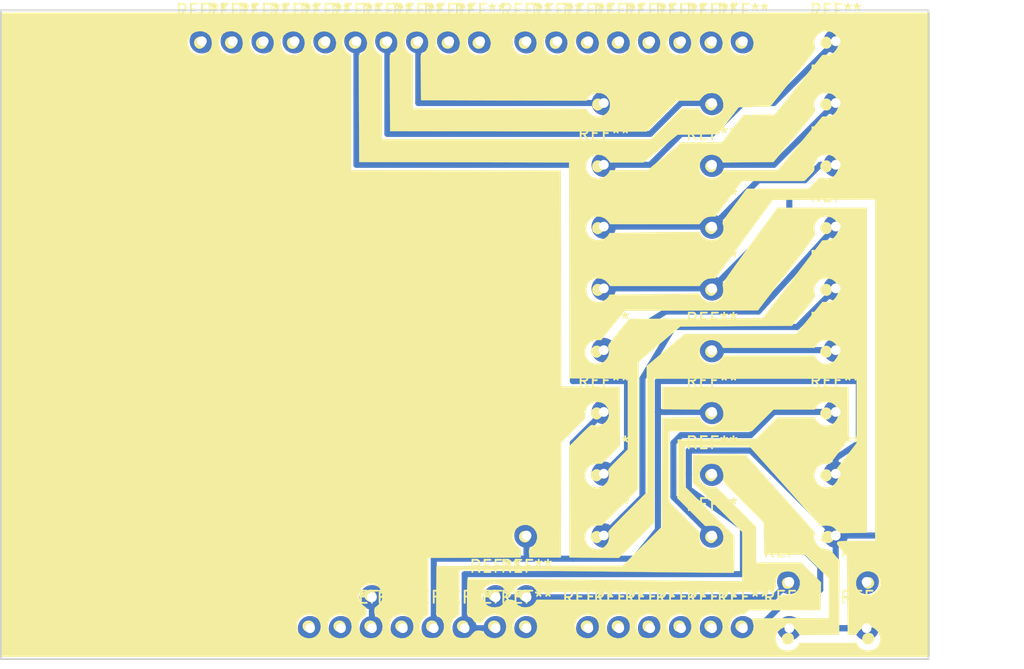
<source format=kicad_pcb>
(kicad_pcb (version 4) (host pcbnew 4.0.2-stable)

  (general
    (links 0)
    (no_connects 0)
    (area 129.631499 34.435 218.799763 89.875)
    (thickness 1.6)
    (drawings 4)
    (tracks 89)
    (zones 0)
    (modules 67)
    (nets 1)
  )

  (page A4)
  (layers
    (0 F.Cu signal)
    (31 B.Cu signal)
    (32 B.Adhes user)
    (33 F.Adhes user)
    (34 B.Paste user)
    (35 F.Paste user)
    (36 B.SilkS user)
    (37 F.SilkS user)
    (38 B.Mask user)
    (39 F.Mask user)
    (40 Dwgs.User user)
    (41 Cmts.User user hide)
    (42 Eco1.User user)
    (43 Eco2.User user)
    (44 Edge.Cuts user)
    (45 Margin user)
    (46 B.CrtYd user)
    (47 F.CrtYd user)
    (48 B.Fab user)
    (49 F.Fab user)
  )

  (setup
    (last_trace_width 0.5)
    (trace_clearance 0.2)
    (zone_clearance 0.508)
    (zone_45_only no)
    (trace_min 0.2)
    (segment_width 0.2)
    (edge_width 0.15)
    (via_size 0.6)
    (via_drill 0.4)
    (via_min_size 0.4)
    (via_min_drill 0.3)
    (uvia_size 0.3)
    (uvia_drill 0.1)
    (uvias_allowed no)
    (uvia_min_size 0.2)
    (uvia_min_drill 0.1)
    (pcb_text_width 0.3)
    (pcb_text_size 1.5 1.5)
    (mod_edge_width 0.15)
    (mod_text_size 1 1)
    (mod_text_width 0.15)
    (pad_size 1.524 1.524)
    (pad_drill 0.762)
    (pad_to_mask_clearance 0.2)
    (aux_axis_origin 0 0)
    (visible_elements FFFFFF5F)
    (pcbplotparams
      (layerselection 0x00030_80000001)
      (usegerberextensions false)
      (excludeedgelayer true)
      (linewidth 1.000000)
      (plotframeref false)
      (viasonmask false)
      (mode 1)
      (useauxorigin false)
      (hpglpennumber 1)
      (hpglpenspeed 20)
      (hpglpendiameter 15)
      (hpglpenoverlay 2)
      (psnegative false)
      (psa4output false)
      (plotreference true)
      (plotvalue true)
      (plotinvisibletext false)
      (padsonsilk false)
      (subtractmaskfromsilk false)
      (outputformat 1)
      (mirror false)
      (drillshape 1)
      (scaleselection 1)
      (outputdirectory ""))
  )

  (net 0 "")

  (net_class Default "Dies ist die voreingestellte Netzklasse."
    (clearance 0.2)
    (trace_width 0.5)
    (via_dia 0.6)
    (via_drill 0.4)
    (uvia_dia 0.3)
    (uvia_drill 0.1)
  )

  (module dcdc:steuerung (layer F.Cu) (tedit 0) (tstamp 58C4648F)
    (at 167.64 62.23)
    (fp_text reference G*** (at 0 0) (layer F.SilkS) hide
      (effects (font (thickness 0.3)))
    )
    (fp_text value LOGO (at 0.75 0) (layer F.SilkS) hide
      (effects (font (thickness 0.3)))
    )
    (fp_poly (pts (xy 38.227 26.4795) (xy -38.1635 26.4795) (xy -38.1635 24.030843) (xy -13.777925 24.030843)
      (xy -13.725269 24.334316) (xy -13.652844 24.495705) (xy -13.43864 24.735751) (xy -13.157534 24.893675)
      (xy -12.842108 24.962087) (xy -12.524946 24.933596) (xy -12.255468 24.812625) (xy -12.011077 24.579892)
      (xy -11.868565 24.30285) (xy -11.826214 24.030843) (xy -11.237925 24.030843) (xy -11.185269 24.334316)
      (xy -11.112844 24.495705) (xy -10.89864 24.735751) (xy -10.617534 24.893675) (xy -10.302108 24.962087)
      (xy -9.984946 24.933596) (xy -9.715468 24.812625) (xy -9.471077 24.579892) (xy -9.328565 24.30285)
      (xy -9.28211 24.00449) (xy -9.301187 23.875199) (xy -8.70108 23.875199) (xy -8.680821 24.179075)
      (xy -8.577047 24.467823) (xy -8.390053 24.714001) (xy -8.239706 24.828843) (xy -7.964135 24.933318)
      (xy -7.649444 24.956038) (xy -7.347176 24.897787) (xy -7.175468 24.812625) (xy -6.927299 24.575391)
      (xy -6.782186 24.289547) (xy -6.746457 24.030843) (xy -6.157925 24.030843) (xy -6.105269 24.334316)
      (xy -6.032844 24.495705) (xy -5.81864 24.735751) (xy -5.537534 24.893675) (xy -5.222108 24.962087)
      (xy -4.904946 24.933596) (xy -4.635468 24.812625) (xy -4.391077 24.579892) (xy -4.248565 24.30285)
      (xy -4.20211 24.00449) (xy -4.202206 24.003838) (xy -3.668008 24.003838) (xy -3.588246 24.355026)
      (xy -3.567427 24.404707) (xy -3.402816 24.680929) (xy -3.189167 24.853723) (xy -2.906599 24.93432)
      (xy -2.619827 24.940091) (xy -2.384194 24.918462) (xy -2.225196 24.873573) (xy -2.09254 24.786358)
      (xy -2.006525 24.707581) (xy -1.802408 24.432372) (xy -1.702347 24.122655) (xy -1.702881 24.003838)
      (xy -1.128008 24.003838) (xy -1.048246 24.355026) (xy -1.027427 24.404707) (xy -0.865277 24.678547)
      (xy -0.655697 24.850571) (xy -0.377914 24.932366) (xy -0.06894 24.939398) (xy 0.15792 24.921503)
      (xy 0.307608 24.883937) (xy 0.429891 24.803109) (xy 0.574535 24.655429) (xy 0.608123 24.618451)
      (xy 0.76745 24.452467) (xy 0.890358 24.362832) (xy 1.019555 24.326555) (xy 1.161651 24.3205)
      (xy 1.354436 24.334104) (xy 1.482641 24.394942) (xy 1.607516 24.53305) (xy 1.614995 24.542816)
      (xy 1.857825 24.785682) (xy 2.143465 24.918729) (xy 2.463956 24.9555) (xy 2.792813 24.905449)
      (xy 3.052444 24.76889) (xy 3.242193 24.566212) (xy 3.361404 24.317803) (xy 3.409422 24.044053)
      (xy 3.408293 24.030843) (xy 4.002075 24.030843) (xy 4.054731 24.334316) (xy 4.127156 24.495705)
      (xy 4.34136 24.735751) (xy 4.622466 24.893675) (xy 4.937892 24.962087) (xy 5.255054 24.933596)
      (xy 5.524532 24.812625) (xy 5.768923 24.579892) (xy 5.911435 24.30285) (xy 5.953786 24.030843)
      (xy 9.082075 24.030843) (xy 9.134731 24.334316) (xy 9.207156 24.495705) (xy 9.42136 24.735751)
      (xy 9.702466 24.893675) (xy 10.017892 24.962087) (xy 10.335054 24.933596) (xy 10.604532 24.812625)
      (xy 10.848923 24.579892) (xy 10.991435 24.30285) (xy 11.033786 24.030843) (xy 11.622075 24.030843)
      (xy 11.674731 24.334316) (xy 11.747156 24.495705) (xy 11.96136 24.735751) (xy 12.242466 24.893675)
      (xy 12.557892 24.962087) (xy 12.875054 24.933596) (xy 13.144532 24.812625) (xy 13.388923 24.579892)
      (xy 13.531435 24.30285) (xy 13.57789 24.00449) (xy 13.547986 23.801827) (xy 14.120722 23.801827)
      (xy 14.12721 24.140357) (xy 14.221702 24.430313) (xy 14.389753 24.697573) (xy 14.613802 24.863582)
      (xy 14.910775 24.937534) (xy 15.160173 24.940091) (xy 15.395806 24.918462) (xy 15.554804 24.873573)
      (xy 15.68746 24.786358) (xy 15.773475 24.707581) (xy 15.979393 24.438594) (xy 16.076997 24.154503)
      (xy 16.07961 23.870481) (xy 16.059418 23.801827) (xy 16.660722 23.801827) (xy 16.66721 24.140357)
      (xy 16.761702 24.430313) (xy 16.929753 24.697573) (xy 17.153802 24.863582) (xy 17.450775 24.937534)
      (xy 17.700173 24.940091) (xy 17.935806 24.918462) (xy 18.094804 24.873573) (xy 18.22746 24.786358)
      (xy 18.313475 24.707581) (xy 18.519393 24.438594) (xy 18.616997 24.154503) (xy 18.618134 24.030843)
      (xy 19.242075 24.030843) (xy 19.294731 24.334316) (xy 19.367156 24.495705) (xy 19.58136 24.735751)
      (xy 19.862466 24.893675) (xy 20.177892 24.962087) (xy 20.495054 24.933596) (xy 20.764532 24.812625)
      (xy 21.008923 24.579892) (xy 21.151435 24.30285) (xy 21.19789 24.00449) (xy 21.154112 23.707804)
      (xy 21.025921 23.435782) (xy 20.819142 23.211416) (xy 20.539596 23.057697) (xy 20.30669 23.00477)
      (xy 19.990881 23.025656) (xy 19.689632 23.144815) (xy 19.444782 23.342465) (xy 19.365246 23.449936)
      (xy 19.265546 23.717485) (xy 19.242075 24.030843) (xy 18.618134 24.030843) (xy 18.61961 23.870481)
      (xy 18.540555 23.601696) (xy 18.393154 23.363322) (xy 18.19073 23.170527) (xy 17.946607 23.038485)
      (xy 17.674105 22.982364) (xy 17.38655 23.017337) (xy 17.097262 23.158573) (xy 17.011234 23.224686)
      (xy 16.775884 23.494245) (xy 16.660722 23.801827) (xy 16.059418 23.801827) (xy 16.000555 23.601696)
      (xy 15.853154 23.363322) (xy 15.65073 23.170527) (xy 15.406607 23.038485) (xy 15.134105 22.982364)
      (xy 14.84655 23.017337) (xy 14.557262 23.158573) (xy 14.471234 23.224686) (xy 14.235884 23.494245)
      (xy 14.120722 23.801827) (xy 13.547986 23.801827) (xy 13.534112 23.707804) (xy 13.405921 23.435782)
      (xy 13.199142 23.211416) (xy 12.919596 23.057697) (xy 12.68669 23.00477) (xy 12.370881 23.025656)
      (xy 12.069632 23.144815) (xy 11.824782 23.342465) (xy 11.745246 23.449936) (xy 11.645546 23.717485)
      (xy 11.622075 24.030843) (xy 11.033786 24.030843) (xy 11.03789 24.00449) (xy 10.994112 23.707804)
      (xy 10.865921 23.435782) (xy 10.659142 23.211416) (xy 10.379596 23.057697) (xy 10.14669 23.00477)
      (xy 9.830881 23.025656) (xy 9.529632 23.144815) (xy 9.284782 23.342465) (xy 9.205246 23.449936)
      (xy 9.105546 23.717485) (xy 9.082075 24.030843) (xy 5.953786 24.030843) (xy 5.95789 24.00449)
      (xy 5.914112 23.707804) (xy 5.785921 23.435782) (xy 5.579142 23.211416) (xy 5.299596 23.057697)
      (xy 5.06669 23.00477) (xy 4.750881 23.025656) (xy 4.449632 23.144815) (xy 4.204782 23.342465)
      (xy 4.125246 23.449936) (xy 4.025546 23.717485) (xy 4.002075 24.030843) (xy 3.408293 24.030843)
      (xy 3.385591 23.76535) (xy 3.289254 23.502085) (xy 3.119757 23.274644) (xy 2.876444 23.103419)
      (xy 2.558658 23.008797) (xy 2.52669 23.00477) (xy 2.205893 23.02633) (xy 1.902756 23.149431)
      (xy 1.657062 23.35472) (xy 1.577074 23.466659) (xy 1.485888 23.600526) (xy 1.388047 23.664749)
      (xy 1.233711 23.684454) (xy 1.143 23.6855) (xy 0.951062 23.676654) (xy 0.836183 23.633666)
      (xy 0.748774 23.531864) (xy 0.71131 23.470702) (xy 0.571833 23.292972) (xy 0.402417 23.14868)
      (xy 0.387538 23.139511) (xy 0.1905 23.023117) (xy 0.1905 21.548306) (xy 0.191047 21.43125)
      (xy 1.460974 21.43125) (xy 1.515963 21.78855) (xy 1.678028 22.081578) (xy 1.920294 22.288843)
      (xy 2.188431 22.389402) (xy 2.501661 22.414163) (xy 2.804286 22.363009) (xy 2.965542 22.29107)
      (xy 3.134163 22.151236) (xy 3.264328 21.982205) (xy 3.268797 21.973808) (xy 3.34309 21.855958)
      (xy 3.435546 21.799012) (xy 3.59176 21.781381) (xy 3.677093 21.7805) (xy 3.875168 21.790864)
      (xy 4.002538 21.839238) (xy 4.114923 21.951541) (xy 4.154995 22.002816) (xy 4.400264 22.247386)
      (xy 4.688724 22.380406) (xy 4.997471 22.415262) (xy 5.333982 22.363302) (xy 5.609737 22.215854)
      (xy 5.803037 21.984723) (xy 5.808797 21.973808) (xy 5.908761 21.7805) (xy 25.679703 21.7805)
      (xy 25.887717 21.578885) (xy 26.016131 21.465672) (xy 26.132926 21.407481) (xy 26.286796 21.389002)
      (xy 26.479158 21.392919) (xy 26.847155 21.364013) (xy 27.136404 21.239571) (xy 27.358462 21.013359)
      (xy 27.440971 20.873914) (xy 27.544658 20.544139) (xy 27.526717 20.216805) (xy 27.391718 19.908589)
      (xy 27.144233 19.636166) (xy 27.090044 19.593673) (xy 26.872751 19.496207) (xy 26.594436 19.456891)
      (xy 26.306983 19.475725) (xy 26.062278 19.55271) (xy 25.995955 19.593673) (xy 25.76797 19.794584)
      (xy 25.632457 20.005367) (xy 25.569788 20.266961) (xy 25.55875 20.505544) (xy 25.54402 20.790789)
      (xy 25.502226 20.984214) (xy 25.471599 21.040458) (xy 25.453111 21.054541) (xy 25.418197 21.06731)
      (xy 25.360941 21.078827) (xy 25.275431 21.089153) (xy 25.15575 21.098351) (xy 24.995985 21.106481)
      (xy 24.790221 21.113607) (xy 24.532543 21.11979) (xy 24.217036 21.125092) (xy 23.837786 21.129574)
      (xy 23.388879 21.133299) (xy 22.8644 21.136328) (xy 22.258434 21.138724) (xy 21.565066 21.140547)
      (xy 20.778382 21.141861) (xy 19.892468 21.142726) (xy 18.901408 21.143205) (xy 17.799289 21.143359)
      (xy 16.580195 21.143251) (xy 15.660849 21.143053) (xy 5.93725 21.140607) (xy 5.81025 20.941985)
      (xy 5.574143 20.67028) (xy 5.28115 20.510377) (xy 5.06669 20.46477) (xy 4.745893 20.48633)
      (xy 4.442756 20.609431) (xy 4.197062 20.81472) (xy 4.117074 20.926659) (xy 4.024425 21.062123)
      (xy 3.924965 21.125508) (xy 3.767443 21.142942) (xy 3.692602 21.143053) (xy 3.499947 21.130356)
      (xy 3.381871 21.079934) (xy 3.286629 20.967154) (xy 3.27025 20.941985) (xy 3.03139 20.671083)
      (xy 2.740496 20.506916) (xy 2.417805 20.455312) (xy 2.083555 20.5221) (xy 1.977195 20.569563)
      (xy 1.698834 20.770292) (xy 1.528348 21.036208) (xy 1.462136 21.373328) (xy 1.460974 21.43125)
      (xy 0.191047 21.43125) (xy 0.192462 21.129106) (xy 0.197967 20.754213) (xy 0.206443 20.441644)
      (xy 0.217316 20.209415) (xy 0.230014 20.075543) (xy 0.238125 20.049991) (xy 0.306047 20.048005)
      (xy 0.493864 20.047541) (xy 0.794479 20.048531) (xy 1.200798 20.050909) (xy 1.705725 20.054611)
      (xy 2.302163 20.059568) (xy 2.983018 20.065716) (xy 3.741194 20.072988) (xy 4.569595 20.081317)
      (xy 5.461126 20.090639) (xy 6.408691 20.100885) (xy 7.405194 20.111991) (xy 8.44354 20.12389)
      (xy 9.516633 20.136515) (xy 9.525 20.136615) (xy 10.638253 20.149749) (xy 11.741722 20.162505)
      (xy 12.826157 20.174789) (xy 13.882309 20.186507) (xy 14.900928 20.197563) (xy 15.872765 20.207864)
      (xy 16.78857 20.217315) (xy 17.639094 20.225821) (xy 18.415088 20.233288) (xy 19.107301 20.239621)
      (xy 19.706485 20.244727) (xy 20.20339 20.248509) (xy 20.588767 20.250875) (xy 20.780375 20.251621)
      (xy 22.7965 20.2565) (xy 22.7965 16.223505) (xy 20.763461 14.191877) (xy 18.730423 12.16025)
      (xy 18.738879 11.58875) (xy 19.293416 11.58875) (xy 19.35021 11.93028) (xy 19.508577 12.212806)
      (xy 19.750492 12.420054) (xy 20.05793 12.535746) (xy 20.357806 12.549896) (xy 20.681362 12.520702)
      (xy 23.9395 15.780648) (xy 23.9395 18.7325) (xy 27.656082 18.7325) (xy 29.27654 20.356562)
      (xy 29.24175 22.63775) (xy 23.32547 22.670742) (xy 23.176916 22.828871) (xy 23.006772 22.951172)
      (xy 22.783747 22.986999) (xy 22.782901 22.987) (xy 22.48729 23.036611) (xy 22.201538 23.168725)
      (xy 21.973192 23.358263) (xy 21.905246 23.449936) (xy 21.805546 23.717485) (xy 21.782075 24.030843)
      (xy 21.834731 24.334316) (xy 21.907156 24.495705) (xy 22.12136 24.735751) (xy 22.402466 24.893675)
      (xy 22.717892 24.962087) (xy 23.035054 24.933596) (xy 23.304532 24.812625) (xy 23.555575 24.570308)
      (xy 23.703038 24.269856) (xy 23.739802 23.935737) (xy 23.659154 23.593389) (xy 23.60946 23.443777)
      (xy 23.601687 23.349479) (xy 23.606237 23.341429) (xy 23.675164 23.334143) (xy 23.858796 23.327334)
      (xy 24.144838 23.321146) (xy 24.520995 23.31572) (xy 24.974973 23.311201) (xy 25.494477 23.307732)
      (xy 26.067212 23.305456) (xy 26.680884 23.304516) (xy 26.775833 23.3045) (xy 29.9085 23.3045)
      (xy 29.9085 20.032713) (xy 28.940125 19.066077) (xy 27.97175 18.099442) (xy 24.60625 18.06575)
      (xy 24.572396 15.46225) (xy 22.865168 13.74775) (xy 22.421628 13.301182) (xy 22.060998 12.935041)
      (xy 21.775581 12.640759) (xy 21.55768 12.409771) (xy 21.3996 12.233509) (xy 21.293644 12.103408)
      (xy 21.232117 12.010899) (xy 21.207321 11.947419) (xy 21.210756 11.90625) (xy 21.26482 11.624383)
      (xy 21.222507 11.31898) (xy 21.097435 11.02999) (xy 20.90322 10.797361) (xy 20.809563 10.729246)
      (xy 20.534583 10.625901) (xy 20.21887 10.604419) (xy 19.914915 10.663894) (xy 19.745448 10.74759)
      (xy 19.485306 10.993544) (xy 19.332775 11.302151) (xy 19.293416 11.58875) (xy 18.738879 11.58875)
      (xy 18.747336 11.01725) (xy 18.76425 9.87425) (xy 20.903092 9.857535) (xy 23.041934 9.840821)
      (xy 23.29493 10.111535) (xy 23.382078 10.206883) (xy 23.545597 10.387897) (xy 23.777322 10.645468)
      (xy 24.069086 10.970485) (xy 24.412725 11.353839) (xy 24.800073 11.786421) (xy 25.222962 12.259121)
      (xy 25.673229 12.762828) (xy 26.142706 13.288434) (xy 26.155935 13.30325) (xy 28.763943 16.22425)
      (xy 28.729094 16.51) (xy 28.724257 16.745521) (xy 28.785558 16.962011) (xy 28.840997 17.077782)
      (xy 29.025751 17.354876) (xy 29.252539 17.530624) (xy 29.552835 17.62623) (xy 29.682669 17.644855)
      (xy 29.855451 17.6681) (xy 29.98257 17.705573) (xy 30.095061 17.777699) (xy 30.223963 17.904903)
      (xy 30.400311 18.10761) (xy 30.418715 18.12925) (xy 30.796588 18.57375) (xy 30.76575 24.66975)
      (xy 29.1465 24.683978) (xy 27.52725 24.698207) (xy 27.40025 24.498785) (xy 27.193958 24.243989)
      (xy 26.953552 24.096064) (xy 26.646703 24.037512) (xy 26.543 24.03475) (xy 26.218864 24.068871)
      (xy 25.96563 24.18467) (xy 25.743096 24.402302) (xy 25.700898 24.456921) (xy 25.570608 24.730285)
      (xy 25.541534 25.038083) (xy 25.607239 25.347367) (xy 25.761289 25.625186) (xy 25.966906 25.818897)
      (xy 26.246431 25.940004) (xy 26.57152 25.976392) (xy 26.892358 25.927202) (xy 27.092669 25.838369)
      (xy 27.261814 25.701272) (xy 27.392215 25.540973) (xy 27.40342 25.520869) (xy 27.498761 25.3365)
      (xy 32.191238 25.3365) (xy 32.286579 25.520869) (xy 32.47538 25.75315) (xy 32.750648 25.906622)
      (xy 33.091514 25.970355) (xy 33.147 25.9715) (xy 33.496716 25.919412) (xy 33.778523 25.776801)
      (xy 33.986218 25.564148) (xy 34.113596 25.301931) (xy 34.154454 25.010632) (xy 34.102587 24.710729)
      (xy 33.951792 24.422703) (xy 33.695864 24.167034) (xy 33.694044 24.165673) (xy 33.53014 24.079301)
      (xy 33.31283 24.040082) (xy 33.147 24.03475) (xy 32.81533 24.071137) (xy 32.559475 24.191915)
      (xy 32.34734 24.414501) (xy 32.28975 24.500056) (xy 32.207121 24.615429) (xy 32.119884 24.673004)
      (xy 31.984385 24.689758) (xy 31.8135 24.685249) (xy 31.46425 24.66975) (xy 31.4325 21.447659)
      (xy 31.423832 20.567958) (xy 32.151175 20.567958) (xy 32.253563 20.882804) (xy 32.383544 21.077086)
      (xy 32.54328 21.238891) (xy 32.593936 21.274753) (xy 32.861485 21.374453) (xy 33.174843 21.397924)
      (xy 33.478316 21.345268) (xy 33.639705 21.272843) (xy 33.897202 21.046702) (xy 34.051663 20.748749)
      (xy 34.099025 20.41525) (xy 34.048364 20.066767) (xy 33.893979 19.790403) (xy 33.632266 19.580143)
      (xy 33.582804 19.553563) (xy 33.261444 19.450223) (xy 32.951442 19.457224) (xy 32.669352 19.558011)
      (xy 32.431726 19.736031) (xy 32.25512 19.974732) (xy 32.156085 20.257558) (xy 32.151175 20.567958)
      (xy 31.423832 20.567958) (xy 31.40075 18.225569) (xy 30.969346 17.718051) (xy 30.774991 17.484473)
      (xy 30.654552 17.32339) (xy 30.596022 17.213772) (xy 30.587393 17.134591) (xy 30.606455 17.082516)
      (xy 30.633256 17.042281) (xy 30.675525 17.01149) (xy 30.748916 16.988883) (xy 30.869084 16.9732)
      (xy 31.051685 16.963181) (xy 31.312374 16.957565) (xy 31.666805 16.955093) (xy 32.130633 16.954504)
      (xy 32.196734 16.9545) (xy 33.7185 16.9545) (xy 33.7185 -11.113407) (xy 29.513951 -11.097079)
      (xy 25.309403 -11.08075) (xy 22.957576 -7.85952) (xy 20.60575 -4.63829) (xy 20.300971 -4.636895)
      (xy 19.952546 -4.589598) (xy 19.670707 -4.442701) (xy 19.458495 -4.222817) (xy 19.288926 -4.0005)
      (xy 15.620999 -4.0005) (xy 11.953073 -4.000501) (xy 11.783504 -4.222817) (xy 11.540674 -4.465683)
      (xy 11.255034 -4.59873) (xy 10.934543 -4.635501) (xy 10.605686 -4.58545) (xy 10.346055 -4.448891)
      (xy 10.156306 -4.246213) (xy 10.037095 -3.997804) (xy 9.989077 -3.724054) (xy 10.012908 -3.445351)
      (xy 10.109245 -3.182086) (xy 10.278742 -2.954645) (xy 10.522055 -2.78342) (xy 10.839841 -2.688798)
      (xy 10.871809 -2.684771) (xy 11.170589 -2.702558) (xy 11.460034 -2.807859) (xy 11.697274 -2.980806)
      (xy 11.800348 -3.115054) (xy 11.90625 -3.301198) (xy 12.832455 -3.301599) (xy 13.100083 -3.302691)
      (xy 13.475354 -3.30564) (xy 13.938929 -3.310224) (xy 14.47147 -3.316221) (xy 15.053636 -3.323409)
      (xy 15.666089 -3.331565) (xy 16.28949 -3.340469) (xy 16.519065 -3.343909) (xy 19.279468 -3.385817)
      (xy 19.414581 -3.156818) (xy 19.625625 -2.903755) (xy 19.885811 -2.74753) (xy 20.172839 -2.682228)
      (xy 20.464412 -2.701937) (xy 20.738231 -2.800743) (xy 20.972 -2.972731) (xy 21.143419 -3.211987)
      (xy 21.230192 -3.512598) (xy 21.236356 -3.63999) (xy 21.225448 -3.856095) (xy 21.202651 -4.035746)
      (xy 21.187959 -4.09575) (xy 21.192977 -4.14286) (xy 21.231471 -4.229872) (xy 21.308053 -4.363471)
      (xy 21.427336 -4.550344) (xy 21.593934 -4.797178) (xy 21.812458 -5.110658) (xy 22.087521 -5.497471)
      (xy 22.423737 -5.964304) (xy 22.825717 -6.517842) (xy 23.298075 -7.164772) (xy 23.422115 -7.33425)
      (xy 25.700274 -10.44575) (xy 33.05175 -10.44575) (xy 33.05175 16.28775) (xy 31.865533 16.305009)
      (xy 30.679316 16.322269) (xy 30.563783 16.125998) (xy 30.368996 15.88654) (xy 30.115492 15.744424)
      (xy 29.786045 15.691686) (xy 29.629391 15.693819) (xy 29.225085 15.714611) (xy 26.320561 12.461055)
      (xy 23.416036 9.2075) (xy 18.0975 9.2075) (xy 18.0975 12.478494) (xy 20.1295 14.50975)
      (xy 22.1615 16.541005) (xy 22.1615 18.045755) (xy 22.159575 18.469348) (xy 22.154173 18.848783)
      (xy 22.145849 19.166231) (xy 22.135159 19.403863) (xy 22.122657 19.543849) (xy 22.113875 19.574008)
      (xy 22.045952 19.575994) (xy 21.858135 19.576458) (xy 21.55752 19.575468) (xy 21.151201 19.57309)
      (xy 20.646274 19.569388) (xy 20.049836 19.564431) (xy 19.368981 19.558283) (xy 18.610805 19.551011)
      (xy 17.782404 19.542682) (xy 16.890873 19.53336) (xy 15.943308 19.523114) (xy 14.946805 19.512008)
      (xy 13.908459 19.500109) (xy 12.835366 19.487484) (xy 12.827 19.487384) (xy 11.713746 19.47425)
      (xy 10.610277 19.461494) (xy 9.525842 19.44921) (xy 8.46969 19.437492) (xy 7.451071 19.426436)
      (xy 6.479234 19.416135) (xy 5.563429 19.406684) (xy 4.712905 19.398178) (xy 3.936911 19.390711)
      (xy 3.244698 19.384378) (xy 2.645514 19.379272) (xy 2.148609 19.37549) (xy 1.763232 19.373124)
      (xy 1.571625 19.372378) (xy -0.4445 19.3675) (xy -0.446947 21.193125) (xy -0.449393 23.01875)
      (xy -0.648015 23.14575) (xy -0.924182 23.386888) (xy -1.085417 23.677021) (xy -1.128008 24.003838)
      (xy -1.702881 24.003838) (xy -1.703775 23.805006) (xy -1.804122 23.506002) (xy -2.00082 23.252218)
      (xy -2.158424 23.135989) (xy -2.351246 23.022086) (xy -2.31775 19.01825) (xy 5.333799 19.002117)
      (xy 12.985349 18.985984) (xy 14.588503 17.383755) (xy 16.191656 15.781526) (xy 16.220205 7.9375)
      (xy 16.8275 7.9375) (xy 16.8275 13.748971) (xy 19.300692 16.219723) (xy 19.295543 16.585473)
      (xy 19.332454 16.947874) (xy 19.460907 17.231223) (xy 19.690258 17.453291) (xy 19.783788 17.512747)
      (xy 20.06553 17.615748) (xy 20.3753 17.632961) (xy 20.66534 17.565753) (xy 20.812931 17.483318)
      (xy 21.076243 17.219901) (xy 21.227304 16.915743) (xy 21.26165 16.587829) (xy 21.174816 16.253146)
      (xy 21.149936 16.201195) (xy 20.977103 15.940135) (xy 20.764127 15.779265) (xy 20.486679 15.706054)
      (xy 20.183436 15.703291) (xy 19.761122 15.730139) (xy 18.611033 14.578789) (xy 17.460944 13.427438)
      (xy 17.49425 8.60425) (xy 20.702423 8.587801) (xy 23.910597 8.571352) (xy 24.797322 7.682926)
      (xy 25.684048 6.7945) (xy 28.744222 6.7945) (xy 28.897736 7.032625) (xy 29.132213 7.293476)
      (xy 29.425161 7.441765) (xy 29.773111 7.4758) (xy 29.802105 7.473633) (xy 30.120504 7.401909)
      (xy 30.367621 7.238687) (xy 30.565565 6.968458) (xy 30.591125 6.920202) (xy 30.701782 6.651948)
      (xy 30.723206 6.42078) (xy 30.656087 6.174103) (xy 30.602494 6.054943) (xy 30.408669 5.774738)
      (xy 30.14674 5.600016) (xy 29.810769 5.527207) (xy 29.720302 5.5245) (xy 29.365941 5.571374)
      (xy 29.088413 5.715689) (xy 28.882934 5.953125) (xy 28.755141 6.1595) (xy 25.366548 6.1595)
      (xy 24.47925 7.0485) (xy 23.591951 7.9375) (xy 16.8275 7.9375) (xy 16.220205 7.9375)
      (xy 16.22425 6.82625) (xy 17.757195 6.809261) (xy 19.290141 6.792273) (xy 19.419917 7.012227)
      (xy 19.565512 7.185577) (xy 19.76558 7.339648) (xy 19.819033 7.369588) (xy 20.140815 7.473221)
      (xy 20.451161 7.466595) (xy 20.733536 7.366212) (xy 20.971404 7.188579) (xy 21.148229 6.9502)
      (xy 21.247473 6.66758) (xy 21.252603 6.357224) (xy 21.149936 6.041195) (xy 20.946881 5.761398)
      (xy 20.677554 5.589825) (xy 20.340089 5.525341) (xy 20.300971 5.524737) (xy 19.953638 5.570325)
      (xy 19.67209 5.716285) (xy 19.457649 5.938293) (xy 19.287233 6.161719) (xy 17.755741 6.144734)
      (xy 16.22425 6.12775) (xy 16.22425 4.28625) (xy 31.52775 4.28625) (xy 31.561136 8.610082)
      (xy 30.787417 9.607291) (xy 30.013697 10.6045) (xy 29.698719 10.6045) (xy 29.349549 10.657049)
      (xy 29.071042 10.815068) (xy 28.862294 11.079111) (xy 28.833505 11.134943) (xy 28.730126 11.404577)
      (xy 28.715288 11.639621) (xy 28.788254 11.895808) (xy 28.822417 11.974741) (xy 29.01234 12.263779)
      (xy 29.260233 12.45648) (xy 29.543615 12.554771) (xy 29.840004 12.560581) (xy 30.126919 12.475841)
      (xy 30.381878 12.302478) (xy 30.582399 12.042423) (xy 30.676614 11.81563) (xy 30.723488 11.610453)
      (xy 30.71347 11.439806) (xy 30.662748 11.273348) (xy 30.566555 11.005846) (xy 32.191993 8.92175)
      (xy 32.193246 6.270625) (xy 32.1945 3.6195) (xy 15.5575 3.6195) (xy 15.5575 15.463285)
      (xy 14.111455 16.908304) (xy 12.665411 18.353323) (xy 10.63483 18.336536) (xy 8.60425 18.31975)
      (xy 8.598205 16.622626) (xy 9.894262 16.622626) (xy 9.926157 16.912857) (xy 10.037879 17.180359)
      (xy 10.222439 17.40393) (xy 10.472845 17.562368) (xy 10.782108 17.63447) (xy 10.942605 17.632774)
      (xy 11.166661 17.590737) (xy 11.363043 17.515507) (xy 11.414931 17.483318) (xy 11.57899 17.336733)
      (xy 11.702933 17.195955) (xy 11.80048 16.995577) (xy 11.854617 16.74445) (xy 11.858539 16.497517)
      (xy 11.811381 16.320213) (xy 11.795151 16.277708) (xy 11.797139 16.228311) (xy 11.825591 16.162562)
      (xy 11.888751 16.071002) (xy 11.994864 15.944173) (xy 12.152175 15.772614) (xy 12.36893 15.546866)
      (xy 12.653374 15.257471) (xy 13.01375 14.894968) (xy 13.327796 14.580457) (xy 14.92175 12.985583)
      (xy 14.95425 2.573623) (xy 16.35891 1.382626) (xy 19.292262 1.382626) (xy 19.324157 1.672857)
      (xy 19.435879 1.940359) (xy 19.620439 2.16393) (xy 19.870845 2.322368) (xy 20.180108 2.39447)
      (xy 20.340605 2.392774) (xy 20.566439 2.350218) (xy 20.765211 2.273835) (xy 20.816855 2.241934)
      (xy 20.972233 2.097184) (xy 21.111238 1.921915) (xy 21.11375 1.918014) (xy 21.24075 1.719392)
      (xy 28.744222 1.7145) (xy 28.897736 1.952625) (xy 29.132213 2.213476) (xy 29.425161 2.361765)
      (xy 29.773111 2.3958) (xy 29.802105 2.393633) (xy 30.120504 2.321909) (xy 30.367621 2.158687)
      (xy 30.565565 1.888458) (xy 30.591125 1.840202) (xy 30.701782 1.571948) (xy 30.723206 1.34078)
      (xy 30.656087 1.094103) (xy 30.602494 0.974943) (xy 30.408669 0.694738) (xy 30.14674 0.520016)
      (xy 29.810769 0.447207) (xy 29.720302 0.4445) (xy 29.365941 0.491374) (xy 29.088413 0.635689)
      (xy 28.882934 0.873125) (xy 28.755141 1.0795) (xy 21.212261 1.0795) (xy 21.112297 0.886191)
      (xy 20.931014 0.664114) (xy 20.673683 0.513752) (xy 20.373706 0.442402) (xy 20.064486 0.457362)
      (xy 19.779424 0.565928) (xy 19.745448 0.58759) (xy 19.495918 0.81879) (xy 19.347186 1.09087)
      (xy 19.292262 1.382626) (xy 16.35891 1.382626) (xy 16.509361 1.255061) (xy 18.064473 -0.0635)
      (xy 27.233223 -0.0635) (xy 28.311331 -1.381125) (xy 29.389438 -2.69875) (xy 29.739605 -2.69875)
      (xy 30.057684 -2.735446) (xy 30.302041 -2.856714) (xy 30.499072 -3.079326) (xy 30.591125 -3.239798)
      (xy 30.701782 -3.508052) (xy 30.723206 -3.73922) (xy 30.656087 -3.985897) (xy 30.602494 -4.105057)
      (xy 30.409157 -4.38491) (xy 30.147973 -4.559442) (xy 29.812377 -4.632592) (xy 29.718 -4.635501)
      (xy 29.365906 -4.588029) (xy 29.08979 -4.441212) (xy 28.878864 -4.188444) (xy 28.82586 -4.089266)
      (xy 28.75811 -3.937878) (xy 28.724015 -3.809288) (xy 28.722321 -3.665115) (xy 28.751771 -3.466979)
      (xy 28.798031 -3.2385) (xy 28.797285 -3.173353) (xy 28.764976 -3.085046) (xy 28.692403 -2.961209)
      (xy 28.570865 -2.789469) (xy 28.391659 -2.557455) (xy 28.146084 -2.252797) (xy 27.86008 -1.905)
      (xy 26.88874 -0.73025) (xy 22.301106 -0.6985) (xy 17.713473 -0.66675) (xy 16.000486 0.78212)
      (xy 14.2875 2.230991) (xy 14.2875 12.667277) (xy 12.779871 14.175888) (xy 11.272242 15.6845)
      (xy 10.916011 15.6845) (xy 10.639112 15.705754) (xy 10.42853 15.778729) (xy 10.347448 15.82759)
      (xy 10.097918 16.05879) (xy 9.949186 16.33087) (xy 9.894262 16.622626) (xy 8.598205 16.622626)
      (xy 8.587961 13.747341) (xy 8.571673 9.174932) (xy 9.484476 8.263757) (xy 9.794176 7.95585)
      (xy 10.028068 7.727958) (xy 10.199446 7.569597) (xy 10.321606 7.470285) (xy 10.407841 7.419541)
      (xy 10.471447 7.406882) (xy 10.525718 7.421826) (xy 10.541937 7.430001) (xy 10.707958 7.474397)
      (xy 10.930827 7.479154) (xy 10.970302 7.475442) (xy 11.302098 7.381543) (xy 11.567976 7.196223)
      (xy 11.755612 6.942097) (xy 11.852681 6.64178) (xy 11.846857 6.317887) (xy 11.751936 6.041195)
      (xy 11.55255 5.763801) (xy 11.288519 5.593747) (xy 10.951942 5.526333) (xy 10.883765 5.524737)
      (xy 10.531213 5.579903) (xy 10.24452 5.737217) (xy 10.036224 5.983563) (xy 9.918858 6.305825)
      (xy 9.897326 6.556797) (xy 9.900837 6.88975) (xy 8.919579 7.87431) (xy 7.938321 8.858871)
      (xy 7.922035 13.58931) (xy 7.90575 18.31975) (xy 5.30225 18.31975) (xy 5.283444 17.962626)
      (xy 5.27702 17.757005) (xy 5.297155 17.635414) (xy 5.361593 17.555189) (xy 5.48641 17.474654)
      (xy 5.663148 17.326305) (xy 5.818453 17.123303) (xy 5.845588 17.074466) (xy 5.949221 16.752684)
      (xy 5.942595 16.442338) (xy 5.842212 16.159963) (xy 5.664579 15.922095) (xy 5.4262 15.74527)
      (xy 5.14358 15.646026) (xy 4.833224 15.640896) (xy 4.517195 15.743563) (xy 4.237398 15.946618)
      (xy 4.065825 16.215945) (xy 4.001341 16.55341) (xy 4.000737 16.592528) (xy 4.046172 16.939412)
      (xy 4.191881 17.220692) (xy 4.416061 17.437199) (xy 4.544515 17.543578) (xy 4.6092 17.640136)
      (xy 4.628556 17.773957) (xy 4.622503 17.964357) (xy 4.60375 18.31975) (xy 0.809625 18.336124)
      (xy -2.9845 18.352499) (xy -2.986947 20.685624) (xy -2.989393 23.01875) (xy -3.188015 23.14575)
      (xy -3.464182 23.386888) (xy -3.625417 23.677021) (xy -3.668008 24.003838) (xy -4.202206 24.003838)
      (xy -4.245888 23.707804) (xy -4.374079 23.435782) (xy -4.580858 23.211416) (xy -4.860404 23.057697)
      (xy -5.09331 23.00477) (xy -5.409119 23.025656) (xy -5.710368 23.144815) (xy -5.955218 23.342465)
      (xy -6.034754 23.449936) (xy -6.134454 23.717485) (xy -6.157925 24.030843) (xy -6.746457 24.030843)
      (xy -6.739387 23.979653) (xy -6.798156 23.670269) (xy -6.95775 23.385956) (xy -7.217424 23.151277)
      (xy -7.225986 23.14575) (xy -7.352448 23.047698) (xy -7.410092 22.934681) (xy -7.424549 22.753429)
      (xy -7.424608 22.733) (xy -7.412659 22.543423) (xy -7.359721 22.426645) (xy -7.24016 22.329398)
      (xy -7.225986 22.32025) (xy -6.955084 22.08139) (xy -6.790917 21.790496) (xy -6.739313 21.467805)
      (xy -6.806101 21.133555) (xy -6.853564 21.027195) (xy -7.054293 20.748834) (xy -7.320209 20.578348)
      (xy -7.657329 20.512136) (xy -7.71525 20.510974) (xy -8.072979 20.565752) (xy -8.361653 20.721713)
      (xy -8.568716 20.966305) (xy -8.681614 21.286972) (xy -8.699026 21.49475) (xy -8.648372 21.839282)
      (xy -8.502513 22.117406) (xy -8.270601 22.312028) (xy -8.257809 22.318797) (xy -8.140917 22.392128)
      (xy -8.083833 22.483002) (xy -8.065607 22.636306) (xy -8.0645 22.733) (xy -8.072426 22.927116)
      (xy -8.110169 23.039428) (xy -8.198679 23.114825) (xy -8.257809 23.147202) (xy -8.489869 23.331822)
      (xy -8.637527 23.583634) (xy -8.70108 23.875199) (xy -9.301187 23.875199) (xy -9.325888 23.707804)
      (xy -9.454079 23.435782) (xy -9.660858 23.211416) (xy -9.940404 23.057697) (xy -10.17331 23.00477)
      (xy -10.489119 23.025656) (xy -10.790368 23.144815) (xy -11.035218 23.342465) (xy -11.114754 23.449936)
      (xy -11.214454 23.717485) (xy -11.237925 24.030843) (xy -11.826214 24.030843) (xy -11.82211 24.00449)
      (xy -11.865888 23.707804) (xy -11.994079 23.435782) (xy -12.200858 23.211416) (xy -12.480404 23.057697)
      (xy -12.71331 23.00477) (xy -13.029119 23.025656) (xy -13.330368 23.144815) (xy -13.575218 23.342465)
      (xy -13.654754 23.449936) (xy -13.754454 23.717485) (xy -13.777925 24.030843) (xy -38.1635 24.030843)
      (xy -38.1635 -24.122602) (xy -22.71187 -24.122602) (xy -22.709404 -23.807061) (xy -22.612132 -23.52199)
      (xy -22.436145 -23.283478) (xy -22.197536 -23.107619) (xy -21.912395 -23.010503) (xy -21.596814 -23.008222)
      (xy -21.26748 -23.116562) (xy -20.995169 -23.316837) (xy -20.828322 -23.587093) (xy -20.76558 -23.929637)
      (xy -20.764975 -23.97125) (xy -20.788151 -24.122602) (xy -20.17187 -24.122602) (xy -20.169404 -23.807061)
      (xy -20.072132 -23.52199) (xy -19.896145 -23.283478) (xy -19.657536 -23.107619) (xy -19.372395 -23.010503)
      (xy -19.056814 -23.008222) (xy -18.72748 -23.116562) (xy -18.455169 -23.316837) (xy -18.288322 -23.587093)
      (xy -18.22558 -23.929637) (xy -18.224975 -23.97125) (xy -18.237522 -24.053191) (xy -17.63523 -24.053191)
      (xy -17.614344 -23.737382) (xy -17.495185 -23.436133) (xy -17.297535 -23.191283) (xy -17.190064 -23.111747)
      (xy -16.922515 -23.012047) (xy -16.609157 -22.988576) (xy -16.305684 -23.041232) (xy -16.144295 -23.113657)
      (xy -15.904249 -23.327861) (xy -15.746325 -23.608967) (xy -15.677913 -23.924393) (xy -15.689483 -24.053191)
      (xy -15.09523 -24.053191) (xy -15.074344 -23.737382) (xy -14.955185 -23.436133) (xy -14.757535 -23.191283)
      (xy -14.650064 -23.111747) (xy -14.382515 -23.012047) (xy -14.069157 -22.988576) (xy -13.765684 -23.041232)
      (xy -13.604295 -23.113657) (xy -13.364249 -23.327861) (xy -13.206325 -23.608967) (xy -13.142396 -23.903726)
      (xy -12.514526 -23.903726) (xy -12.440141 -23.589526) (xy -12.276718 -23.311739) (xy -12.049706 -23.113657)
      (xy -11.781165 -23.012978) (xy -11.46757 -22.988362) (xy -11.164612 -23.03991) (xy -11.003937 -23.111747)
      (xy -10.777845 -23.318249) (xy -10.621482 -23.599681) (xy -10.55463 -23.914203) (xy -10.556901 -23.990457)
      (xy -9.9695 -23.990457) (xy -9.925012 -23.64215) (xy -9.782741 -23.361414) (xy -9.556817 -23.141496)
      (xy -9.3345 -22.971927) (xy -9.3345 -13.525956) (xy 7.90575 -13.49375) (xy 7.921846 -4.620389)
      (xy 7.937942 4.252973) (xy 10.334846 4.269611) (xy 12.73175 4.28625) (xy 12.748402 6.697516)
      (xy 12.765054 9.108783) (xy 12.019145 9.856641) (xy 11.273235 10.6045) (xy 10.916508 10.6045)
      (xy 10.639775 10.625633) (xy 10.429471 10.698228) (xy 10.347448 10.74759) (xy 10.097918 10.97879)
      (xy 9.949186 11.25087) (xy 9.894262 11.542626) (xy 9.926157 11.832857) (xy 10.037879 12.100359)
      (xy 10.222439 12.32393) (xy 10.472845 12.482368) (xy 10.782108 12.55447) (xy 10.942605 12.552774)
      (xy 11.166661 12.510737) (xy 11.363043 12.435507) (xy 11.414931 12.403318) (xy 11.57899 12.256733)
      (xy 11.702933 12.115955) (xy 11.800396 11.915767) (xy 11.854564 11.664807) (xy 11.858624 11.418006)
      (xy 11.811522 11.240476) (xy 11.789551 11.18429) (xy 11.793366 11.123087) (xy 11.833838 11.042771)
      (xy 11.921837 10.92925) (xy 12.068236 10.768431) (xy 12.283903 10.54622) (xy 12.566312 10.261951)
      (xy 13.3985 9.428047) (xy 13.3985 3.621027) (xy 11.001375 3.604388) (xy 8.60425 3.58775)
      (xy 8.600334 1.42875) (xy 9.895416 1.42875) (xy 9.952653 1.768232) (xy 10.11162 2.051234)
      (xy 10.353199 2.260157) (xy 10.658275 2.377402) (xy 10.942605 2.392774) (xy 11.166661 2.350737)
      (xy 11.363043 2.275507) (xy 11.414931 2.243318) (xy 11.662573 1.994365) (xy 11.817953 1.700006)
      (xy 11.871559 1.388098) (xy 11.813876 1.086497) (xy 11.811772 1.081364) (xy 11.788253 1.016697)
      (xy 11.78185 0.953727) (xy 11.801487 0.878235) (xy 11.85609 0.776) (xy 11.954585 0.632803)
      (xy 12.105896 0.434422) (xy 12.318951 0.166639) (xy 12.602673 -0.184767) (xy 12.61962 -0.205709)
      (xy 13.506597 -1.30175) (xy 24.470811 -1.36525) (xy 26.930756 -4.562007) (xy 29.390701 -7.758763)
      (xy 29.7402 -7.768757) (xy 30.065043 -7.815986) (xy 30.313803 -7.947863) (xy 30.512997 -8.181558)
      (xy 30.591125 -8.319798) (xy 30.702134 -8.589615) (xy 30.723372 -8.821484) (xy 30.655843 -9.066275)
      (xy 30.607942 -9.171577) (xy 30.408956 -9.458681) (xy 30.143051 -9.638372) (xy 29.806458 -9.712964)
      (xy 29.721565 -9.7155) (xy 29.368698 -9.668737) (xy 29.092635 -9.523724) (xy 28.88176 -9.273379)
      (xy 28.82586 -9.169266) (xy 28.756972 -9.013706) (xy 28.723274 -8.879954) (xy 28.723543 -8.728913)
      (xy 28.756553 -8.521485) (xy 28.799203 -8.3185) (xy 28.796766 -8.272594) (xy 28.770302 -8.201705)
      (xy 28.714509 -8.098483) (xy 28.624082 -7.955574) (xy 28.493718 -7.765627) (xy 28.318115 -7.521291)
      (xy 28.091969 -7.215211) (xy 27.809976 -6.840037) (xy 27.466834 -6.388416) (xy 27.057239 -5.852996)
      (xy 26.575887 -5.226425) (xy 26.463208 -5.08) (xy 24.092651 -2.00025) (xy 18.618939 -1.984023)
      (xy 13.145228 -1.967795) (xy 12.180121 -0.761648) (xy 11.215013 0.4445) (xy 10.887397 0.4445)
      (xy 10.536925 0.500867) (xy 10.247307 0.659248) (xy 10.034754 0.903558) (xy 9.915476 1.217714)
      (xy 9.895416 1.42875) (xy 8.600334 1.42875) (xy 8.588153 -5.286148) (xy 8.581928 -8.718233)
      (xy 9.973179 -8.718233) (xy 10.033332 -8.412626) (xy 10.199406 -8.12343) (xy 10.243604 -8.072279)
      (xy 10.51633 -7.860225) (xy 10.830807 -7.765354) (xy 11.175299 -7.78966) (xy 11.415701 -7.872996)
      (xy 11.606418 -7.98876) (xy 11.75849 -8.130957) (xy 11.792022 -8.178927) (xy 11.896892 -8.361652)
      (xy 14.658365 -8.403576) (xy 15.281507 -8.412696) (xy 15.901262 -8.421132) (xy 16.498222 -8.428665)
      (xy 17.05298 -8.435074) (xy 17.546129 -8.44014) (xy 17.958261 -8.443642) (xy 18.269969 -8.445361)
      (xy 18.355646 -8.4455) (xy 19.291455 -8.4455) (xy 19.420574 -8.22666) (xy 19.628191 -7.991203)
      (xy 19.910838 -7.82938) (xy 20.228734 -7.760541) (xy 20.37019 -7.764771) (xy 20.684856 -7.855772)
      (xy 20.947111 -8.036893) (xy 21.141438 -8.283828) (xy 21.252317 -8.572268) (xy 21.264232 -8.877905)
      (xy 21.209447 -9.079421) (xy 21.187701 -9.139281) (xy 21.180808 -9.199234) (xy 21.196605 -9.272193)
      (xy 21.242931 -9.371076) (xy 21.327624 -9.508798) (xy 21.458521 -9.698275) (xy 21.643461 -9.952423)
      (xy 21.890281 -10.284157) (xy 22.154276 -10.636369) (xy 23.178559 -12.0015) (xy 28.22294 -12.0015)
      (xy 28.700595 -12.474282) (xy 29.17825 -12.947063) (xy 29.43481 -12.877467) (xy 29.777377 -12.839698)
      (xy 30.101549 -12.905931) (xy 30.322785 -13.030053) (xy 30.482006 -13.206726) (xy 30.621453 -13.448184)
      (xy 30.712665 -13.69826) (xy 30.732605 -13.838827) (xy 30.688091 -14.065074) (xy 30.570453 -14.315278)
      (xy 30.408885 -14.53816) (xy 30.261624 -14.666106) (xy 29.991474 -14.769345) (xy 29.674053 -14.796896)
      (xy 29.364072 -14.748759) (xy 29.174375 -14.666106) (xy 28.96776 -14.477128) (xy 28.810897 -14.218198)
      (xy 28.726123 -13.935914) (xy 28.724665 -13.727928) (xy 28.736976 -13.613465) (xy 28.72062 -13.517205)
      (xy 28.66012 -13.41268) (xy 28.539997 -13.273422) (xy 28.344772 -13.072963) (xy 28.337138 -13.065269)
      (xy 27.911656 -12.636501) (xy 25.35437 -12.6365) (xy 22.797084 -12.6365) (xy 21.70191 -11.176)
      (xy 20.606735 -9.7155) (xy 20.301464 -9.7155) (xy 19.953681 -9.66969) (xy 19.67202 -9.523757)
      (xy 19.458495 -9.302817) (xy 19.288926 -9.0805) (xy 11.953073 -9.0805) (xy 11.783504 -9.302817)
      (xy 11.540674 -9.545683) (xy 11.255034 -9.67873) (xy 10.934543 -9.7155) (xy 10.6051 -9.660811)
      (xy 10.334908 -9.511541) (xy 10.133301 -9.289889) (xy 10.009614 -9.018054) (xy 9.973179 -8.718233)
      (xy 8.581928 -8.718233) (xy 8.572714 -13.798233) (xy 9.973179 -13.798233) (xy 10.033332 -13.492626)
      (xy 10.199406 -13.20343) (xy 10.243604 -13.152279) (xy 10.516145 -12.942433) (xy 10.832985 -12.844164)
      (xy 11.17138 -12.861187) (xy 11.436682 -12.95741) (xy 11.630376 -13.091884) (xy 11.79257 -13.263164)
      (xy 11.821425 -13.30666) (xy 11.950544 -13.5255) (xy 13.484147 -13.526913) (xy 15.01775 -13.528325)
      (xy 15.419712 -13.857374) (xy 19.292262 -13.857374) (xy 19.324157 -13.567143) (xy 19.435879 -13.299641)
      (xy 19.620439 -13.07607) (xy 19.870845 -12.917632) (xy 20.180108 -12.84553) (xy 20.340605 -12.847226)
      (xy 20.566439 -12.889782) (xy 20.765211 -12.966165) (xy 20.816855 -12.998066) (xy 20.972233 -13.142816)
      (xy 21.111238 -13.318085) (xy 21.11375 -13.321986) (xy 21.24075 -13.520608) (xy 23.473853 -13.523054)
      (xy 25.706957 -13.5255) (xy 29.385233 -17.93875) (xy 29.737502 -17.93875) (xy 30.056244 -17.975142)
      (xy 30.300714 -18.095598) (xy 30.497613 -18.317044) (xy 30.591125 -18.479798) (xy 30.701782 -18.748052)
      (xy 30.723206 -18.97922) (xy 30.656087 -19.225897) (xy 30.602494 -19.345057) (xy 30.409157 -19.62491)
      (xy 30.147973 -19.799442) (xy 29.812377 -19.872592) (xy 29.718 -19.8755) (xy 29.365906 -19.828029)
      (xy 29.08979 -19.681212) (xy 28.878864 -19.428444) (xy 28.82586 -19.329266) (xy 28.759181 -19.181757)
      (xy 28.724766 -19.057993) (xy 28.721333 -18.920279) (xy 28.747601 -18.730918) (xy 28.796934 -18.4785)
      (xy 28.794753 -18.426901) (xy 28.766192 -18.352437) (xy 28.704523 -18.246306) (xy 28.603021 -18.099704)
      (xy 28.454959 -17.90383) (xy 28.253611 -17.64988) (xy 27.99225 -17.32905) (xy 27.66415 -16.932538)
      (xy 27.262584 -16.45154) (xy 27.098738 -16.256) (xy 25.36825 -14.19225) (xy 21.213156 -14.15877)
      (xy 21.112745 -14.352944) (xy 20.9312 -14.575526) (xy 20.673677 -14.726208) (xy 20.373543 -14.797682)
      (xy 20.06417 -14.78264) (xy 19.778925 -14.673773) (xy 19.745448 -14.65241) (xy 19.495918 -14.42121)
      (xy 19.347186 -14.14913) (xy 19.292262 -13.857374) (xy 15.419712 -13.857374) (xy 16.4123 -14.669913)
      (xy 17.80685 -15.8115) (xy 21.138751 -15.8115) (xy 22.018557 -16.938625) (xy 22.898364 -18.06575)
      (xy 24.180167 -18.082938) (xy 25.46197 -18.100125) (xy 27.423817 -20.549372) (xy 29.385664 -22.99862)
      (xy 29.737682 -23.008685) (xy 30.063313 -23.055562) (xy 30.312195 -23.186451) (xy 30.511239 -23.418729)
      (xy 30.591125 -23.559798) (xy 30.701782 -23.828052) (xy 30.723206 -24.05922) (xy 30.656087 -24.305897)
      (xy 30.602494 -24.425057) (xy 30.409157 -24.70491) (xy 30.147973 -24.879442) (xy 29.812377 -24.952592)
      (xy 29.718 -24.955501) (xy 29.365906 -24.908029) (xy 29.08979 -24.761212) (xy 28.878864 -24.508444)
      (xy 28.82586 -24.409266) (xy 28.7584 -24.258932) (xy 28.724213 -24.131652) (xy 28.722038 -23.989227)
      (xy 28.750611 -23.793464) (xy 28.797734 -23.5585) (xy 28.795437 -23.508134) (xy 28.767286 -23.433523)
      (xy 28.707065 -23.326252) (xy 28.608556 -23.177902) (xy 28.46554 -22.980059) (xy 28.271801 -22.724305)
      (xy 28.021121 -22.402224) (xy 27.707282 -22.005399) (xy 27.324068 -21.525414) (xy 26.968274 -21.082)
      (xy 25.105722 -18.76425) (xy 23.81519 -18.7325) (xy 22.524659 -18.70075) (xy 20.789371 -16.47825)
      (xy 19.14181 -16.460323) (xy 17.49425 -16.442396) (xy 16.099699 -15.301448) (xy 14.705149 -14.1605)
      (xy 11.953073 -14.1605) (xy 11.783504 -14.382817) (xy 11.540674 -14.625683) (xy 11.255034 -14.75873)
      (xy 10.934543 -14.7955) (xy 10.6051 -14.740811) (xy 10.334908 -14.591541) (xy 10.133301 -14.369889)
      (xy 10.009614 -14.098054) (xy 9.973179 -13.798233) (xy 8.572714 -13.798233) (xy 8.572057 -14.160045)
      (xy -0.047847 -14.176148) (xy -8.66775 -14.19225) (xy -8.684058 -18.583098) (xy -8.700366 -22.973945)
      (xy -8.481093 -23.10332) (xy -8.245236 -23.311199) (xy -8.083266 -23.594058) (xy -8.014508 -23.912194)
      (xy -8.018771 -24.053191) (xy -7.47523 -24.053191) (xy -7.45367 -23.732394) (xy -7.330569 -23.429257)
      (xy -7.12528 -23.183563) (xy -7.013341 -23.103575) (xy -6.7945 -22.974456) (xy -6.7945 -16.0655)
      (xy 15.27294 -16.0655) (xy 16.54175 -17.3355) (xy 17.810559 -18.6055) (xy 19.291455 -18.6055)
      (xy 19.420574 -18.38666) (xy 19.564511 -18.215358) (xy 19.762816 -18.062052) (xy 19.819033 -18.030412)
      (xy 20.140815 -17.926779) (xy 20.451161 -17.933405) (xy 20.733536 -18.033788) (xy 20.971404 -18.211421)
      (xy 21.148229 -18.4498) (xy 21.247473 -18.73242) (xy 21.252603 -19.042776) (xy 21.149936 -19.358805)
      (xy 20.946881 -19.638602) (xy 20.677554 -19.810175) (xy 20.340089 -19.874659) (xy 20.300971 -19.875263)
      (xy 19.953354 -19.829578) (xy 19.671636 -19.683458) (xy 19.458495 -19.462817) (xy 19.288926 -19.240501)
      (xy 18.390992 -19.240501) (xy 17.493059 -19.2405) (xy 16.224064 -17.970315) (xy 14.955069 -16.700129)
      (xy 4.413659 -16.71619) (xy -6.12775 -16.73225) (xy -6.144219 -19.851636) (xy -6.160688 -22.971021)
      (xy -5.937777 -23.141043) (xy -5.694652 -23.383921) (xy -5.561435 -23.669312) (xy -5.5245 -23.990457)
      (xy -5.534047 -24.053191) (xy -4.93523 -24.053191) (xy -4.91367 -23.732394) (xy -4.790569 -23.429257)
      (xy -4.58528 -23.183563) (xy -4.473341 -23.103575) (xy -4.2545 -22.974456) (xy -4.2545 -18.6055)
      (xy 2.88925 -18.6055) (xy 3.978574 -18.604986) (xy 4.994974 -18.603472) (xy 5.933319 -18.601)
      (xy 6.78848 -18.597611) (xy 7.555326 -18.593349) (xy 8.228728 -18.588255) (xy 8.803557 -18.582372)
      (xy 9.274681 -18.575741) (xy 9.636973 -18.568404) (xy 9.885301 -18.560404) (xy 10.014537 -18.551783)
      (xy 10.033 -18.546873) (xy 10.079447 -18.440148) (xy 10.196296 -18.295356) (xy 10.349802 -18.147118)
      (xy 10.506224 -18.030053) (xy 10.569601 -17.996319) (xy 10.881478 -17.917594) (xy 11.205928 -17.954794)
      (xy 11.412813 -18.031703) (xy 11.67448 -18.212489) (xy 11.849332 -18.460737) (xy 11.936372 -18.75029)
      (xy 11.934605 -19.054994) (xy 11.843033 -19.348695) (xy 11.660662 -19.605236) (xy 11.478205 -19.748844)
      (xy 11.191122 -19.860034) (xy 10.879744 -19.877136) (xy 10.577493 -19.807965) (xy 10.317788 -19.660334)
      (xy 10.134049 -19.442057) (xy 10.129554 -19.433523) (xy 10.029443 -19.239929) (xy 3.220846 -19.25609)
      (xy -3.58775 -19.27225) (xy -3.604572 -21.121367) (xy -3.621393 -22.970484) (xy -3.39813 -23.140775)
      (xy -3.15485 -23.383681) (xy -3.021532 -23.668925) (xy -2.99449 -23.903726) (xy -2.354526 -23.903726)
      (xy -2.280141 -23.589526) (xy -2.116718 -23.311739) (xy -1.889706 -23.113657) (xy -1.621165 -23.012978)
      (xy -1.30757 -22.988362) (xy -1.004612 -23.03991) (xy -0.843937 -23.111747) (xy -0.617845 -23.318249)
      (xy -0.461482 -23.599681) (xy -0.396857 -23.903726) (xy 0.185474 -23.903726) (xy 0.259859 -23.589526)
      (xy 0.423282 -23.311739) (xy 0.650294 -23.113657) (xy 0.918835 -23.012978) (xy 1.23243 -22.988362)
      (xy 1.535388 -23.03991) (xy 1.696063 -23.111747) (xy 1.922155 -23.318249) (xy 2.078518 -23.599681)
      (xy 2.14537 -23.914203) (xy 2.141229 -24.053191) (xy 3.95477 -24.053191) (xy 3.975656 -23.737382)
      (xy 4.094815 -23.436133) (xy 4.292465 -23.191283) (xy 4.399936 -23.111747) (xy 4.667485 -23.012047)
      (xy 4.980843 -22.988576) (xy 5.284316 -23.041232) (xy 5.445705 -23.113657) (xy 5.685751 -23.327861)
      (xy 5.843675 -23.608967) (xy 5.912087 -23.924393) (xy 5.900517 -24.053191) (xy 6.49477 -24.053191)
      (xy 6.515656 -23.737382) (xy 6.634815 -23.436133) (xy 6.832465 -23.191283) (xy 6.939936 -23.111747)
      (xy 7.207485 -23.012047) (xy 7.520843 -22.988576) (xy 7.824316 -23.041232) (xy 7.985705 -23.113657)
      (xy 8.225751 -23.327861) (xy 8.383675 -23.608967) (xy 8.447604 -23.903726) (xy 9.075474 -23.903726)
      (xy 9.149859 -23.589526) (xy 9.313282 -23.311739) (xy 9.540294 -23.113657) (xy 9.808835 -23.012978)
      (xy 10.12243 -22.988362) (xy 10.425388 -23.03991) (xy 10.586063 -23.111747) (xy 10.812155 -23.318249)
      (xy 10.968518 -23.599681) (xy 11.03537 -23.914203) (xy 11.033671 -23.97125) (xy 11.620974 -23.97125)
      (xy 11.675752 -23.613522) (xy 11.831713 -23.324848) (xy 12.076305 -23.117785) (xy 12.396972 -23.004887)
      (xy 12.60475 -22.987475) (xy 12.926037 -23.028284) (xy 13.126063 -23.111747) (xy 13.28321 -23.248102)
      (xy 13.429465 -23.438653) (xy 13.466436 -23.503696) (xy 13.569776 -23.825056) (xy 13.564624 -24.053191)
      (xy 14.11477 -24.053191) (xy 14.135656 -23.737382) (xy 14.254815 -23.436133) (xy 14.452465 -23.191283)
      (xy 14.559936 -23.111747) (xy 14.827485 -23.012047) (xy 15.140843 -22.988576) (xy 15.444316 -23.041232)
      (xy 15.605705 -23.113657) (xy 15.845751 -23.327861) (xy 16.003675 -23.608967) (xy 16.072087 -23.924393)
      (xy 16.060517 -24.053191) (xy 16.65477 -24.053191) (xy 16.675656 -23.737382) (xy 16.794815 -23.436133)
      (xy 16.992465 -23.191283) (xy 17.099936 -23.111747) (xy 17.367485 -23.012047) (xy 17.680843 -22.988576)
      (xy 17.984316 -23.041232) (xy 18.145705 -23.113657) (xy 18.385751 -23.327861) (xy 18.543675 -23.608967)
      (xy 18.607604 -23.903726) (xy 19.235474 -23.903726) (xy 19.309859 -23.589526) (xy 19.473282 -23.311739)
      (xy 19.700294 -23.113657) (xy 19.968835 -23.012978) (xy 20.28243 -22.988362) (xy 20.585388 -23.03991)
      (xy 20.746063 -23.111747) (xy 20.972155 -23.318249) (xy 21.128518 -23.599681) (xy 21.193143 -23.903726)
      (xy 21.775474 -23.903726) (xy 21.849859 -23.589526) (xy 22.013282 -23.311739) (xy 22.240294 -23.113657)
      (xy 22.508835 -23.012978) (xy 22.82243 -22.988362) (xy 23.125388 -23.03991) (xy 23.286063 -23.111747)
      (xy 23.512155 -23.318249) (xy 23.668518 -23.599681) (xy 23.73537 -23.914203) (xy 23.731229 -24.053191)
      (xy 23.639836 -24.379668) (xy 23.461891 -24.637406) (xy 23.220385 -24.820583) (xy 22.93831 -24.923376)
      (xy 22.638657 -24.939963) (xy 22.344417 -24.864522) (xy 22.078581 -24.691229) (xy 21.923375 -24.511033)
      (xy 21.797516 -24.221756) (xy 21.775474 -23.903726) (xy 21.193143 -23.903726) (xy 21.19537 -23.914203)
      (xy 21.191229 -24.053191) (xy 21.099836 -24.379668) (xy 20.921891 -24.637406) (xy 20.680385 -24.820583)
      (xy 20.39831 -24.923376) (xy 20.098657 -24.939963) (xy 19.804417 -24.864522) (xy 19.538581 -24.691229)
      (xy 19.383375 -24.511033) (xy 19.257516 -24.221756) (xy 19.235474 -23.903726) (xy 18.607604 -23.903726)
      (xy 18.612087 -23.924393) (xy 18.583596 -24.241555) (xy 18.462625 -24.511033) (xy 18.229892 -24.755424)
      (xy 17.95285 -24.897936) (xy 17.65449 -24.944391) (xy 17.357804 -24.900613) (xy 17.085782 -24.772422)
      (xy 16.861416 -24.565643) (xy 16.707697 -24.286097) (xy 16.65477 -24.053191) (xy 16.060517 -24.053191)
      (xy 16.043596 -24.241555) (xy 15.922625 -24.511033) (xy 15.689892 -24.755424) (xy 15.41285 -24.897936)
      (xy 15.11449 -24.944391) (xy 14.817804 -24.900613) (xy 14.545782 -24.772422) (xy 14.321416 -24.565643)
      (xy 14.167697 -24.286097) (xy 14.11477 -24.053191) (xy 13.564624 -24.053191) (xy 13.562775 -24.135058)
      (xy 13.461988 -24.417148) (xy 13.283968 -24.654774) (xy 13.045267 -24.83138) (xy 12.762441 -24.930415)
      (xy 12.452041 -24.935325) (xy 12.137195 -24.832937) (xy 11.858834 -24.632208) (xy 11.688348 -24.366292)
      (xy 11.622136 -24.029172) (xy 11.620974 -23.97125) (xy 11.033671 -23.97125) (xy 11.031229 -24.053191)
      (xy 10.939836 -24.379668) (xy 10.761891 -24.637406) (xy 10.520385 -24.820583) (xy 10.23831 -24.923376)
      (xy 9.938657 -24.939963) (xy 9.644417 -24.864522) (xy 9.378581 -24.691229) (xy 9.223375 -24.511033)
      (xy 9.097516 -24.221756) (xy 9.075474 -23.903726) (xy 8.447604 -23.903726) (xy 8.452087 -23.924393)
      (xy 8.423596 -24.241555) (xy 8.302625 -24.511033) (xy 8.069892 -24.755424) (xy 7.79285 -24.897936)
      (xy 7.49449 -24.944391) (xy 7.197804 -24.900613) (xy 6.925782 -24.772422) (xy 6.701416 -24.565643)
      (xy 6.547697 -24.286097) (xy 6.49477 -24.053191) (xy 5.900517 -24.053191) (xy 5.883596 -24.241555)
      (xy 5.762625 -24.511033) (xy 5.529892 -24.755424) (xy 5.25285 -24.897936) (xy 4.95449 -24.944391)
      (xy 4.657804 -24.900613) (xy 4.385782 -24.772422) (xy 4.161416 -24.565643) (xy 4.007697 -24.286097)
      (xy 3.95477 -24.053191) (xy 2.141229 -24.053191) (xy 2.049836 -24.379668) (xy 1.871891 -24.637406)
      (xy 1.630385 -24.820583) (xy 1.34831 -24.923376) (xy 1.048657 -24.939963) (xy 0.754417 -24.864522)
      (xy 0.488581 -24.691229) (xy 0.333375 -24.511033) (xy 0.207516 -24.221756) (xy 0.185474 -23.903726)
      (xy -0.396857 -23.903726) (xy -0.39463 -23.914203) (xy -0.398771 -24.053191) (xy -0.490164 -24.379668)
      (xy -0.668109 -24.637406) (xy -0.909615 -24.820583) (xy -1.19169 -24.923376) (xy -1.491343 -24.939963)
      (xy -1.785583 -24.864522) (xy -2.051419 -24.691229) (xy -2.206625 -24.511033) (xy -2.332484 -24.221756)
      (xy -2.354526 -23.903726) (xy -2.99449 -23.903726) (xy -2.9845 -23.990457) (xy -3.034551 -24.319314)
      (xy -3.17111 -24.578945) (xy -3.373788 -24.768694) (xy -3.622197 -24.887905) (xy -3.895947 -24.935923)
      (xy -4.17465 -24.912092) (xy -4.437915 -24.815755) (xy -4.665356 -24.646258) (xy -4.836581 -24.402945)
      (xy -4.931203 -24.085159) (xy -4.93523 -24.053191) (xy -5.534047 -24.053191) (xy -5.574551 -24.319314)
      (xy -5.71111 -24.578945) (xy -5.913788 -24.768694) (xy -6.162197 -24.887905) (xy -6.435947 -24.935923)
      (xy -6.71465 -24.912092) (xy -6.977915 -24.815755) (xy -7.205356 -24.646258) (xy -7.376581 -24.402945)
      (xy -7.471203 -24.085159) (xy -7.47523 -24.053191) (xy -8.018771 -24.053191) (xy -8.110164 -24.379668)
      (xy -8.288109 -24.637406) (xy -8.529615 -24.820583) (xy -8.81169 -24.923376) (xy -9.111343 -24.939963)
      (xy -9.405583 -24.864522) (xy -9.671419 -24.691229) (xy -9.826625 -24.511033) (xy -9.939308 -24.263815)
      (xy -9.9695 -23.990457) (xy -10.556901 -23.990457) (xy -10.558771 -24.053191) (xy -10.650164 -24.379668)
      (xy -10.828109 -24.637406) (xy -11.069615 -24.820583) (xy -11.35169 -24.923376) (xy -11.651343 -24.939963)
      (xy -11.945583 -24.864522) (xy -12.211419 -24.691229) (xy -12.366625 -24.511033) (xy -12.492484 -24.221756)
      (xy -12.514526 -23.903726) (xy -13.142396 -23.903726) (xy -13.137913 -23.924393) (xy -13.166404 -24.241555)
      (xy -13.287375 -24.511033) (xy -13.520108 -24.755424) (xy -13.79715 -24.897936) (xy -14.09551 -24.944391)
      (xy -14.392196 -24.900613) (xy -14.664218 -24.772422) (xy -14.888584 -24.565643) (xy -15.042303 -24.286097)
      (xy -15.09523 -24.053191) (xy -15.689483 -24.053191) (xy -15.706404 -24.241555) (xy -15.827375 -24.511033)
      (xy -16.060108 -24.755424) (xy -16.33715 -24.897936) (xy -16.63551 -24.944391) (xy -16.932196 -24.900613)
      (xy -17.204218 -24.772422) (xy -17.428584 -24.565643) (xy -17.582303 -24.286097) (xy -17.63523 -24.053191)
      (xy -18.237522 -24.053191) (xy -18.279753 -24.328979) (xy -18.435714 -24.617653) (xy -18.680306 -24.824716)
      (xy -19.000973 -24.937614) (xy -19.20875 -24.955026) (xy -19.559276 -24.903499) (xy -19.837264 -24.748013)
      (xy -20.045022 -24.487212) (xy -20.063439 -24.452521) (xy -20.17187 -24.122602) (xy -20.788151 -24.122602)
      (xy -20.819753 -24.328979) (xy -20.975714 -24.617653) (xy -21.220306 -24.824716) (xy -21.540973 -24.937614)
      (xy -21.74875 -24.955026) (xy -22.099276 -24.903499) (xy -22.377264 -24.748013) (xy -22.585022 -24.487212)
      (xy -22.603439 -24.452521) (xy -22.71187 -24.122602) (xy -38.1635 -24.122602) (xy -38.1635 -26.4795)
      (xy 38.227 -26.4795) (xy 38.227 26.4795)) (layer F.SilkS) (width 0.01))
    (fp_poly (pts (xy 26.788595 24.547685) (xy 26.924 24.638) (xy 27.031904 24.827087) (xy 27.044267 25.049764)
      (xy 26.962497 25.257583) (xy 26.904032 25.325431) (xy 26.70894 25.431832) (xy 26.469732 25.457916)
      (xy 26.303538 25.420999) (xy 26.194056 25.321161) (xy 26.107131 25.149555) (xy 26.065466 24.96141)
      (xy 26.072658 24.859316) (xy 26.177063 24.675048) (xy 26.35729 24.554901) (xy 26.574185 24.509054)
      (xy 26.788595 24.547685)) (layer F.SilkS) (width 0.01))
    (fp_poly (pts (xy 33.392595 24.547685) (xy 33.528 24.638) (xy 33.635904 24.827087) (xy 33.648267 25.049764)
      (xy 33.566497 25.257583) (xy 33.508032 25.325431) (xy 33.31294 25.431832) (xy 33.073732 25.457916)
      (xy 32.907538 25.420999) (xy 32.798056 25.321161) (xy 32.711131 25.149555) (xy 32.669466 24.96141)
      (xy 32.676658 24.859316) (xy 32.781063 24.675048) (xy 32.96129 24.554901) (xy 33.178185 24.509054)
      (xy 33.392595 24.547685)) (layer F.SilkS) (width 0.01))
    (fp_poly (pts (xy 0.081184 23.547543) (xy 0.24519 23.693915) (xy 0.315978 23.917231) (xy 0.3175 23.960181)
      (xy 0.265186 24.18187) (xy 0.129519 24.343764) (xy -0.057587 24.432524) (xy -0.264219 24.434816)
      (xy -0.458465 24.337302) (xy -0.496932 24.300532) (xy -0.618196 24.095796) (xy -0.633224 23.882318)
      (xy -0.554847 23.690664) (xy -0.395899 23.5514) (xy -0.169211 23.495094) (xy -0.15875 23.495)
      (xy 0.081184 23.547543)) (layer F.SilkS) (width 0.01))
    (fp_poly (pts (xy 2.645932 23.550016) (xy 2.822913 23.696232) (xy 2.914519 23.9054) (xy 2.921 23.982699)
      (xy 2.864385 24.166597) (xy 2.720746 24.327526) (xy 2.529393 24.429519) (xy 2.413 24.4475)
      (xy 2.19013 24.388139) (xy 2.060863 24.291636) (xy 1.936424 24.094059) (xy 1.91948 23.886121)
      (xy 1.996967 23.697381) (xy 2.155818 23.557399) (xy 2.382967 23.495734) (xy 2.413 23.495)
      (xy 2.645932 23.550016)) (layer F.SilkS) (width 0.01))
    (fp_poly (pts (xy 30.084621 16.182283) (xy 30.247274 16.321194) (xy 30.336019 16.514326) (xy 30.33856 16.730272)
      (xy 30.2426 16.937625) (xy 30.197136 16.989136) (xy 29.994102 17.115215) (xy 29.745827 17.127941)
      (xy 29.487847 17.04764) (xy 29.340301 16.959522) (xy 29.252686 16.8643) (xy 29.250449 16.859022)
      (xy 29.244379 16.790937) (xy 29.274227 16.796199) (xy 29.317181 16.769387) (xy 29.336687 16.64333)
      (xy 29.337 16.620066) (xy 29.392723 16.386091) (xy 29.545894 16.21764) (xy 29.775514 16.134415)
      (xy 29.860358 16.129) (xy 30.084621 16.182283)) (layer F.SilkS) (width 0.01))
    (fp_poly (pts (xy 11.052517 -4.166774) (xy 11.2528 -4.055414) (xy 11.274136 -4.035137) (xy 11.407979 -3.827879)
      (xy 11.429876 -3.608992) (xy 11.343944 -3.409236) (xy 11.171458 -3.267902) (xy 10.976395 -3.188999)
      (xy 10.823376 -3.197069) (xy 10.65832 -3.296087) (xy 10.644813 -3.306609) (xy 10.522828 -3.441503)
      (xy 10.479279 -3.61866) (xy 10.4775 -3.683) (xy 10.528218 -3.917194) (xy 10.660667 -4.084598)
      (xy 10.845286 -4.172147) (xy 11.052517 -4.166774)) (layer F.SilkS) (width 0.01))
    (fp_poly (pts (xy 20.532964 -4.087966) (xy 20.690627 -3.89355) (xy 20.756914 -3.707182) (xy 20.725116 -3.545199)
      (xy 20.587122 -3.368907) (xy 20.578884 -3.360616) (xy 20.389359 -3.215492) (xy 20.210471 -3.185251)
      (xy 20.03425 -3.251697) (xy 19.840049 -3.421187) (xy 19.753721 -3.628944) (xy 19.77969 -3.848273)
      (xy 19.904363 -4.035137) (xy 20.110965 -4.167135) (xy 20.329506 -4.183123) (xy 20.532964 -4.087966)) (layer F.SilkS) (width 0.01))
    (fp_poly (pts (xy -12.594068 23.550016) (xy -12.417087 23.696232) (xy -12.325481 23.9054) (xy -12.319 23.982699)
      (xy -12.375615 24.166597) (xy -12.519254 24.327526) (xy -12.710607 24.429519) (xy -12.827 24.4475)
      (xy -13.04987 24.388139) (xy -13.179137 24.291636) (xy -13.303576 24.094059) (xy -13.32052 23.886121)
      (xy -13.243033 23.697381) (xy -13.084182 23.557399) (xy -12.857033 23.495734) (xy -12.827 23.495)
      (xy -12.594068 23.550016)) (layer F.SilkS) (width 0.01))
    (fp_poly (pts (xy -10.054068 23.550016) (xy -9.877087 23.696232) (xy -9.785481 23.9054) (xy -9.779 23.982699)
      (xy -9.835615 24.166597) (xy -9.979254 24.327526) (xy -10.170607 24.429519) (xy -10.287 24.4475)
      (xy -10.50987 24.388139) (xy -10.639137 24.291636) (xy -10.763576 24.094059) (xy -10.78052 23.886121)
      (xy -10.703033 23.697381) (xy -10.544182 23.557399) (xy -10.317033 23.495734) (xy -10.287 23.495)
      (xy -10.054068 23.550016)) (layer F.SilkS) (width 0.01))
    (fp_poly (pts (xy -7.514068 23.550016) (xy -7.337087 23.696232) (xy -7.245481 23.9054) (xy -7.239 23.982699)
      (xy -7.295615 24.166597) (xy -7.439254 24.327526) (xy -7.630607 24.429519) (xy -7.747 24.4475)
      (xy -7.96987 24.388139) (xy -8.099137 24.291636) (xy -8.223576 24.094059) (xy -8.24052 23.886121)
      (xy -8.163033 23.697381) (xy -8.004182 23.557399) (xy -7.777033 23.495734) (xy -7.747 23.495)
      (xy -7.514068 23.550016)) (layer F.SilkS) (width 0.01))
    (fp_poly (pts (xy -7.470536 21.058034) (xy -7.312873 21.25245) (xy -7.246586 21.438818) (xy -7.278384 21.600801)
      (xy -7.416378 21.777093) (xy -7.424616 21.785384) (xy -7.614141 21.930508) (xy -7.793029 21.960749)
      (xy -7.96925 21.894303) (xy -8.163451 21.724813) (xy -8.249779 21.517056) (xy -8.22381 21.297727)
      (xy -8.099137 21.110863) (xy -7.892535 20.978865) (xy -7.673994 20.962877) (xy -7.470536 21.058034)) (layer F.SilkS) (width 0.01))
    (fp_poly (pts (xy -4.974068 23.550016) (xy -4.797087 23.696232) (xy -4.705481 23.9054) (xy -4.699 23.982699)
      (xy -4.755615 24.166597) (xy -4.899254 24.327526) (xy -5.090607 24.429519) (xy -5.207 24.4475)
      (xy -5.42987 24.388139) (xy -5.559137 24.291636) (xy -5.683576 24.094059) (xy -5.70052 23.886121)
      (xy -5.623033 23.697381) (xy -5.464182 23.557399) (xy -5.237033 23.495734) (xy -5.207 23.495)
      (xy -4.974068 23.550016)) (layer F.SilkS) (width 0.01))
    (fp_poly (pts (xy -2.458816 23.547543) (xy -2.29481 23.693915) (xy -2.224022 23.917231) (xy -2.2225 23.960181)
      (xy -2.276081 24.182283) (xy -2.415173 24.344764) (xy -2.607307 24.433339) (xy -2.82001 24.433727)
      (xy -3.02081 24.331642) (xy -3.036027 24.318026) (xy -3.148556 24.134995) (xy -3.173071 23.911945)
      (xy -3.10867 23.70127) (xy -3.048 23.622) (xy -2.864864 23.518917) (xy -2.69875 23.495)
      (xy -2.458816 23.547543)) (layer F.SilkS) (width 0.01))
    (fp_poly (pts (xy 5.139785 16.17305) (xy 5.310091 16.27894) (xy 5.421327 16.435723) (xy 5.443016 16.630174)
      (xy 5.435906 16.664837) (xy 5.32653 16.891345) (xy 5.151918 17.032318) (xy 4.941934 17.078429)
      (xy 4.726442 17.020351) (xy 4.600863 16.925636) (xy 4.469976 16.723906) (xy 4.46507 16.508847)
      (xy 4.579203 16.293014) (xy 4.743865 16.16686) (xy 4.940884 16.131281) (xy 5.139785 16.17305)) (layer F.SilkS) (width 0.01))
    (fp_poly (pts (xy 29.960118 11.140967) (xy 30.1001 11.299818) (xy 30.161765 11.526967) (xy 30.1625 11.557)
      (xy 30.112176 11.792867) (xy 29.979342 11.96161) (xy 29.7912 12.045494) (xy 29.574954 12.026784)
      (xy 29.49575 11.991674) (xy 29.300966 11.826682) (xy 29.213302 11.620172) (xy 29.237331 11.399842)
      (xy 29.365863 11.204863) (xy 29.56344 11.080424) (xy 29.771378 11.06348) (xy 29.960118 11.140967)) (layer F.SilkS) (width 0.01))
    (fp_poly (pts (xy 11.134964 6.072034) (xy 11.292627 6.26645) (xy 11.358914 6.452818) (xy 11.327116 6.614801)
      (xy 11.189122 6.791093) (xy 11.180884 6.799384) (xy 10.991359 6.944508) (xy 10.812471 6.974749)
      (xy 10.63625 6.908303) (xy 10.442049 6.738813) (xy 10.355721 6.531056) (xy 10.38169 6.311727)
      (xy 10.506363 6.124863) (xy 10.712965 5.992865) (xy 10.931506 5.976877) (xy 11.134964 6.072034)) (layer F.SilkS) (width 0.01))
    (fp_poly (pts (xy 20.532964 6.072034) (xy 20.690627 6.26645) (xy 20.756914 6.452818) (xy 20.725116 6.614801)
      (xy 20.587122 6.791093) (xy 20.578884 6.799384) (xy 20.389359 6.944508) (xy 20.210471 6.974749)
      (xy 20.03425 6.908303) (xy 19.840049 6.738813) (xy 19.753721 6.531056) (xy 19.77969 6.311727)
      (xy 19.904363 6.124863) (xy 20.110965 5.992865) (xy 20.329506 5.976877) (xy 20.532964 6.072034)) (layer F.SilkS) (width 0.01))
    (fp_poly (pts (xy 5.185932 23.550016) (xy 5.362913 23.696232) (xy 5.454519 23.9054) (xy 5.461 23.982699)
      (xy 5.404385 24.166597) (xy 5.260746 24.327526) (xy 5.069393 24.429519) (xy 4.953 24.4475)
      (xy 4.73013 24.388139) (xy 4.600863 24.291636) (xy 4.476424 24.094059) (xy 4.45948 23.886121)
      (xy 4.536967 23.697381) (xy 4.695818 23.557399) (xy 4.922967 23.495734) (xy 4.953 23.495)
      (xy 5.185932 23.550016)) (layer F.SilkS) (width 0.01))
    (fp_poly (pts (xy 10.265932 23.550016) (xy 10.442913 23.696232) (xy 10.534519 23.9054) (xy 10.541 23.982699)
      (xy 10.484385 24.166597) (xy 10.340746 24.327526) (xy 10.149393 24.429519) (xy 10.033 24.4475)
      (xy 9.81013 24.388139) (xy 9.680863 24.291636) (xy 9.556424 24.094059) (xy 9.53948 23.886121)
      (xy 9.616967 23.697381) (xy 9.775818 23.557399) (xy 10.002967 23.495734) (xy 10.033 23.495)
      (xy 10.265932 23.550016)) (layer F.SilkS) (width 0.01))
    (fp_poly (pts (xy 12.805932 23.550016) (xy 12.982913 23.696232) (xy 13.074519 23.9054) (xy 13.081 23.982699)
      (xy 13.024385 24.166597) (xy 12.880746 24.327526) (xy 12.689393 24.429519) (xy 12.573 24.4475)
      (xy 12.35013 24.388139) (xy 12.220863 24.291636) (xy 12.096424 24.094059) (xy 12.07948 23.886121)
      (xy 12.156967 23.697381) (xy 12.315818 23.557399) (xy 12.542967 23.495734) (xy 12.573 23.495)
      (xy 12.805932 23.550016)) (layer F.SilkS) (width 0.01))
    (fp_poly (pts (xy 15.321184 23.547543) (xy 15.48519 23.693915) (xy 15.555978 23.917231) (xy 15.5575 23.960181)
      (xy 15.503919 24.182283) (xy 15.364827 24.344764) (xy 15.172693 24.433339) (xy 14.95999 24.433727)
      (xy 14.75919 24.331642) (xy 14.743973 24.318026) (xy 14.631444 24.134995) (xy 14.606929 23.911945)
      (xy 14.67133 23.70127) (xy 14.732 23.622) (xy 14.915136 23.518917) (xy 15.08125 23.495)
      (xy 15.321184 23.547543)) (layer F.SilkS) (width 0.01))
    (fp_poly (pts (xy 17.861184 23.547543) (xy 18.02519 23.693915) (xy 18.095978 23.917231) (xy 18.0975 23.960181)
      (xy 18.043919 24.182283) (xy 17.904827 24.344764) (xy 17.712693 24.433339) (xy 17.49999 24.433727)
      (xy 17.29919 24.331642) (xy 17.283973 24.318026) (xy 17.171444 24.134995) (xy 17.146929 23.911945)
      (xy 17.21133 23.70127) (xy 17.272 23.622) (xy 17.455136 23.518917) (xy 17.62125 23.495)
      (xy 17.861184 23.547543)) (layer F.SilkS) (width 0.01))
    (fp_poly (pts (xy 20.425932 23.550016) (xy 20.602913 23.696232) (xy 20.694519 23.9054) (xy 20.701 23.982699)
      (xy 20.644385 24.166597) (xy 20.500746 24.327526) (xy 20.309393 24.429519) (xy 20.193 24.4475)
      (xy 19.97013 24.388139) (xy 19.840863 24.291636) (xy 19.716424 24.094059) (xy 19.69948 23.886121)
      (xy 19.776967 23.697381) (xy 19.935818 23.557399) (xy 20.162967 23.495734) (xy 20.193 23.495)
      (xy 20.425932 23.550016)) (layer F.SilkS) (width 0.01))
    (fp_poly (pts (xy 22.965932 23.550016) (xy 23.142913 23.696232) (xy 23.234519 23.9054) (xy 23.241 23.982699)
      (xy 23.184385 24.166597) (xy 23.040746 24.327526) (xy 22.849393 24.429519) (xy 22.733 24.4475)
      (xy 22.51013 24.388139) (xy 22.380863 24.291636) (xy 22.256424 24.094059) (xy 22.23948 23.886121)
      (xy 22.316967 23.697381) (xy 22.475818 23.557399) (xy 22.702967 23.495734) (xy 22.733 23.495)
      (xy 22.965932 23.550016)) (layer F.SilkS) (width 0.01))
    (fp_poly (pts (xy 20.532964 11.152034) (xy 20.690627 11.34645) (xy 20.756914 11.532818) (xy 20.725116 11.694801)
      (xy 20.587122 11.871093) (xy 20.578884 11.879384) (xy 20.389359 12.024508) (xy 20.210471 12.054749)
      (xy 20.03425 11.988303) (xy 19.840049 11.818813) (xy 19.753721 11.611056) (xy 19.77969 11.391727)
      (xy 19.904363 11.204863) (xy 20.110965 11.072865) (xy 20.329506 11.056877) (xy 20.532964 11.152034)) (layer F.SilkS) (width 0.01))
    (fp_poly (pts (xy 2.599785 20.99905) (xy 2.770091 21.10494) (xy 2.881327 21.261723) (xy 2.903016 21.456174)
      (xy 2.895906 21.490837) (xy 2.78653 21.717345) (xy 2.611918 21.858318) (xy 2.401934 21.904429)
      (xy 2.186442 21.846351) (xy 2.060863 21.751636) (xy 1.929976 21.549906) (xy 1.92507 21.334847)
      (xy 2.039203 21.119014) (xy 2.203865 20.99286) (xy 2.400884 20.957281) (xy 2.599785 20.99905)) (layer F.SilkS) (width 0.01))
    (fp_poly (pts (xy 5.139785 20.99905) (xy 5.310091 21.10494) (xy 5.421327 21.261723) (xy 5.443016 21.456174)
      (xy 5.435906 21.490837) (xy 5.32653 21.717345) (xy 5.151918 21.858318) (xy 4.941934 21.904429)
      (xy 4.726442 21.846351) (xy 4.600863 21.751636) (xy 4.469976 21.549906) (xy 4.46507 21.334847)
      (xy 4.579203 21.119014) (xy 4.743865 20.99286) (xy 4.940884 20.957281) (xy 5.139785 20.99905)) (layer F.SilkS) (width 0.01))
    (fp_poly (pts (xy 26.788595 19.975685) (xy 26.924 20.066) (xy 27.031904 20.255087) (xy 27.044267 20.477764)
      (xy 26.962497 20.685583) (xy 26.904032 20.753431) (xy 26.70894 20.859832) (xy 26.469732 20.885916)
      (xy 26.303538 20.848999) (xy 26.194056 20.749161) (xy 26.107131 20.577555) (xy 26.065466 20.38941)
      (xy 26.072658 20.287316) (xy 26.177063 20.103048) (xy 26.35729 19.982901) (xy 26.574185 19.937054)
      (xy 26.788595 19.975685)) (layer F.SilkS) (width 0.01))
    (fp_poly (pts (xy 33.315608 19.954176) (xy 33.437971 20.012824) (xy 33.520796 20.103014) (xy 33.637093 20.327409)
      (xy 33.627288 20.542019) (xy 33.499136 20.735636) (xy 33.299685 20.861082) (xy 33.079162 20.885263)
      (xy 32.877913 20.806338) (xy 32.831115 20.766115) (xy 32.688762 20.553799) (xy 32.659741 20.339282)
      (xy 32.734223 20.149327) (xy 32.902377 20.010697) (xy 33.130269 19.951575) (xy 33.315608 19.954176)) (layer F.SilkS) (width 0.01))
    (fp_poly (pts (xy 11.134964 16.232034) (xy 11.292627 16.42645) (xy 11.358914 16.612818) (xy 11.327116 16.774801)
      (xy 11.189122 16.951093) (xy 11.180884 16.959384) (xy 10.991359 17.104508) (xy 10.812471 17.134749)
      (xy 10.63625 17.068303) (xy 10.442049 16.898813) (xy 10.355721 16.691056) (xy 10.38169 16.471727)
      (xy 10.506363 16.284863) (xy 10.712965 16.152865) (xy 10.931506 16.136877) (xy 11.134964 16.232034)) (layer F.SilkS) (width 0.01))
    (fp_poly (pts (xy 29.960118 -4.099033) (xy 30.1001 -3.940182) (xy 30.161765 -3.713033) (xy 30.1625 -3.683)
      (xy 30.112176 -3.447133) (xy 29.979342 -3.27839) (xy 29.7912 -3.194506) (xy 29.574954 -3.213216)
      (xy 29.49575 -3.248326) (xy 29.300966 -3.413318) (xy 29.213302 -3.619828) (xy 29.237331 -3.840158)
      (xy 29.365863 -4.035137) (xy 29.56344 -4.159576) (xy 29.771378 -4.17652) (xy 29.960118 -4.099033)) (layer F.SilkS) (width 0.01))
    (fp_poly (pts (xy 20.532964 16.232034) (xy 20.690627 16.42645) (xy 20.756914 16.612818) (xy 20.725116 16.774801)
      (xy 20.587122 16.951093) (xy 20.578884 16.959384) (xy 20.389359 17.104508) (xy 20.210471 17.134749)
      (xy 20.03425 17.068303) (xy 19.840049 16.898813) (xy 19.753721 16.691056) (xy 19.77969 16.471727)
      (xy 19.904363 16.284863) (xy 20.110965 16.152865) (xy 20.329506 16.136877) (xy 20.532964 16.232034)) (layer F.SilkS) (width 0.01))
    (fp_poly (pts (xy 29.960118 6.060967) (xy 30.1001 6.219818) (xy 30.161765 6.446967) (xy 30.1625 6.477)
      (xy 30.112176 6.712867) (xy 29.979342 6.88161) (xy 29.7912 6.965494) (xy 29.574954 6.946784)
      (xy 29.49575 6.911674) (xy 29.300966 6.746682) (xy 29.213302 6.540172) (xy 29.237331 6.319842)
      (xy 29.365863 6.124863) (xy 29.56344 6.000424) (xy 29.771378 5.98348) (xy 29.960118 6.060967)) (layer F.SilkS) (width 0.01))
    (fp_poly (pts (xy 11.134964 11.152034) (xy 11.292627 11.34645) (xy 11.358914 11.532818) (xy 11.327116 11.694801)
      (xy 11.189122 11.871093) (xy 11.180884 11.879384) (xy 10.991359 12.024508) (xy 10.812471 12.054749)
      (xy 10.63625 11.988303) (xy 10.442049 11.818813) (xy 10.355721 11.611056) (xy 10.38169 11.391727)
      (xy 10.506363 11.204863) (xy 10.712965 11.072865) (xy 10.931506 11.056877) (xy 11.134964 11.152034)) (layer F.SilkS) (width 0.01))
    (fp_poly (pts (xy -8.810865 -24.422703) (xy -8.625059 -24.263393) (xy -8.600571 -24.228547) (xy -8.523822 -24.021343)
      (xy -8.550259 -23.827524) (xy -8.656149 -23.664932) (xy -8.817756 -23.551406) (xy -9.011346 -23.504786)
      (xy -9.213184 -23.542912) (xy -9.369137 -23.650864) (xy -9.500739 -23.854783) (xy -9.506764 -24.072483)
      (xy -9.423342 -24.246879) (xy -9.240726 -24.41513) (xy -9.026327 -24.47351) (xy -8.810865 -24.422703)) (layer F.SilkS) (width 0.01))
    (fp_poly (pts (xy 11.134964 0.992034) (xy 11.292627 1.18645) (xy 11.358914 1.372818) (xy 11.327116 1.534801)
      (xy 11.189122 1.711093) (xy 11.180884 1.719384) (xy 10.991359 1.864508) (xy 10.812471 1.894749)
      (xy 10.63625 1.828303) (xy 10.442049 1.658813) (xy 10.355721 1.451056) (xy 10.38169 1.231727)
      (xy 10.506363 1.044863) (xy 10.712965 0.912865) (xy 10.931506 0.896877) (xy 11.134964 0.992034)) (layer F.SilkS) (width 0.01))
    (fp_poly (pts (xy 29.960118 -9.179033) (xy 30.1001 -9.020182) (xy 30.161765 -8.793033) (xy 30.1625 -8.763)
      (xy 30.112176 -8.527133) (xy 29.979342 -8.35839) (xy 29.7912 -8.274506) (xy 29.574954 -8.293216)
      (xy 29.49575 -8.328326) (xy 29.300966 -8.493318) (xy 29.213302 -8.699828) (xy 29.237331 -8.920158)
      (xy 29.365863 -9.115137) (xy 29.56344 -9.239576) (xy 29.771378 -9.25652) (xy 29.960118 -9.179033)) (layer F.SilkS) (width 0.01))
    (fp_poly (pts (xy 20.532964 0.992034) (xy 20.690627 1.18645) (xy 20.756914 1.372818) (xy 20.725116 1.534801)
      (xy 20.587122 1.711093) (xy 20.578884 1.719384) (xy 20.389359 1.864508) (xy 20.210471 1.894749)
      (xy 20.03425 1.828303) (xy 19.840049 1.658813) (xy 19.753721 1.451056) (xy 19.77969 1.231727)
      (xy 19.904363 1.044863) (xy 20.110965 0.912865) (xy 20.329506 0.896877) (xy 20.532964 0.992034)) (layer F.SilkS) (width 0.01))
    (fp_poly (pts (xy 29.960118 0.980967) (xy 30.1001 1.139818) (xy 30.161765 1.366967) (xy 30.1625 1.397)
      (xy 30.112176 1.632867) (xy 29.979342 1.80161) (xy 29.7912 1.885494) (xy 29.574954 1.866784)
      (xy 29.49575 1.831674) (xy 29.300966 1.666682) (xy 29.213302 1.460172) (xy 29.237331 1.239842)
      (xy 29.365863 1.044863) (xy 29.56344 0.920424) (xy 29.771378 0.90348) (xy 29.960118 0.980967)) (layer F.SilkS) (width 0.01))
    (fp_poly (pts (xy 11.052517 -9.246774) (xy 11.2528 -9.135414) (xy 11.274136 -9.115137) (xy 11.407979 -8.907879)
      (xy 11.429876 -8.688992) (xy 11.343944 -8.489236) (xy 11.171458 -8.347902) (xy 10.976395 -8.268999)
      (xy 10.823376 -8.277069) (xy 10.65832 -8.376087) (xy 10.644813 -8.386609) (xy 10.522828 -8.521503)
      (xy 10.479279 -8.69866) (xy 10.4775 -8.763) (xy 10.528218 -8.997194) (xy 10.660667 -9.164598)
      (xy 10.845286 -9.252147) (xy 11.052517 -9.246774)) (layer F.SilkS) (width 0.01))
    (fp_poly (pts (xy 20.532964 -9.167966) (xy 20.690627 -8.97355) (xy 20.756914 -8.787182) (xy 20.725116 -8.625199)
      (xy 20.587122 -8.448907) (xy 20.578884 -8.440616) (xy 20.389359 -8.295492) (xy 20.210471 -8.265251)
      (xy 20.03425 -8.331697) (xy 19.840049 -8.501187) (xy 19.753721 -8.708944) (xy 19.77969 -8.928273)
      (xy 19.904363 -9.115137) (xy 20.110965 -9.247135) (xy 20.329506 -9.263123) (xy 20.532964 -9.167966)) (layer F.SilkS) (width 0.01))
    (fp_poly (pts (xy 29.960118 -14.259033) (xy 30.1001 -14.100182) (xy 30.161765 -13.873033) (xy 30.1625 -13.843)
      (xy 30.112176 -13.607133) (xy 29.979342 -13.43839) (xy 29.7912 -13.354506) (xy 29.574954 -13.373216)
      (xy 29.49575 -13.408326) (xy 29.300966 -13.573318) (xy 29.213302 -13.779828) (xy 29.237331 -14.000158)
      (xy 29.365863 -14.195137) (xy 29.56344 -14.319576) (xy 29.771378 -14.33652) (xy 29.960118 -14.259033)) (layer F.SilkS) (width 0.01))
    (fp_poly (pts (xy 11.052517 -14.326774) (xy 11.2528 -14.215414) (xy 11.274136 -14.195137) (xy 11.407979 -13.987879)
      (xy 11.429876 -13.768992) (xy 11.343944 -13.569236) (xy 11.171458 -13.427902) (xy 10.976395 -13.348999)
      (xy 10.823376 -13.357069) (xy 10.65832 -13.456087) (xy 10.644813 -13.466609) (xy 10.522828 -13.601503)
      (xy 10.479279 -13.77866) (xy 10.4775 -13.843) (xy 10.528218 -14.077194) (xy 10.660667 -14.244598)
      (xy 10.845286 -14.332147) (xy 11.052517 -14.326774)) (layer F.SilkS) (width 0.01))
    (fp_poly (pts (xy 29.960118 -24.419033) (xy 30.1001 -24.260182) (xy 30.161765 -24.033033) (xy 30.1625 -24.003)
      (xy 30.112176 -23.767133) (xy 29.979342 -23.59839) (xy 29.7912 -23.514506) (xy 29.574954 -23.533216)
      (xy 29.49575 -23.568326) (xy 29.300966 -23.733318) (xy 29.213302 -23.939828) (xy 29.237331 -24.160158)
      (xy 29.365863 -24.355137) (xy 29.56344 -24.479576) (xy 29.771378 -24.49652) (xy 29.960118 -24.419033)) (layer F.SilkS) (width 0.01))
    (fp_poly (pts (xy 20.502903 -14.269898) (xy 20.64057 -14.108265) (xy 20.700382 -13.873975) (xy 20.701 -13.845136)
      (xy 20.651284 -13.60924) (xy 20.520174 -13.44001) (xy 20.334723 -13.355032) (xy 20.121984 -13.371893)
      (xy 20.03425 -13.411697) (xy 19.840049 -13.581187) (xy 19.753721 -13.788944) (xy 19.77969 -14.008273)
      (xy 19.904363 -14.195137) (xy 20.10664 -14.325706) (xy 20.31554 -14.346502) (xy 20.502903 -14.269898)) (layer F.SilkS) (width 0.01))
    (fp_poly (pts (xy 29.960118 -19.339033) (xy 30.1001 -19.180182) (xy 30.161765 -18.953033) (xy 30.1625 -18.923)
      (xy 30.112176 -18.687133) (xy 29.979342 -18.51839) (xy 29.7912 -18.434506) (xy 29.574954 -18.453216)
      (xy 29.49575 -18.488326) (xy 29.300966 -18.653318) (xy 29.213302 -18.859828) (xy 29.237331 -19.080158)
      (xy 29.365863 -19.275137) (xy 29.56344 -19.399576) (xy 29.771378 -19.41652) (xy 29.960118 -19.339033)) (layer F.SilkS) (width 0.01))
    (fp_poly (pts (xy 20.532964 -19.327966) (xy 20.690627 -19.13355) (xy 20.756914 -18.947182) (xy 20.725116 -18.785199)
      (xy 20.587122 -18.608907) (xy 20.578884 -18.600616) (xy 20.389359 -18.455492) (xy 20.210471 -18.425251)
      (xy 20.03425 -18.491697) (xy 19.840049 -18.661187) (xy 19.753721 -18.868944) (xy 19.77969 -19.088273)
      (xy 19.904363 -19.275137) (xy 20.110965 -19.407135) (xy 20.329506 -19.423123) (xy 20.532964 -19.327966)) (layer F.SilkS) (width 0.01))
    (fp_poly (pts (xy -6.243761 -24.391929) (xy -6.104538 -24.271465) (xy -6.09466 -24.254496) (xy -6.030279 -24.029681)
      (xy -6.064861 -23.821969) (xy -6.175566 -23.650514) (xy -6.339552 -23.534467) (xy -6.533976 -23.492983)
      (xy -6.735998 -23.545212) (xy -6.846027 -23.624474) (xy -6.956707 -23.806763) (xy -6.984189 -24.041808)
      (xy -6.943747 -24.227118) (xy -6.83123 -24.362615) (xy -6.649078 -24.436151) (xy -6.439265 -24.446373)
      (xy -6.243761 -24.391929)) (layer F.SilkS) (width 0.01))
    (fp_poly (pts (xy 11.052517 -19.406774) (xy 11.2528 -19.295414) (xy 11.274136 -19.275137) (xy 11.407979 -19.067879)
      (xy 11.429876 -18.848992) (xy 11.343944 -18.649236) (xy 11.171458 -18.507902) (xy 10.976395 -18.428999)
      (xy 10.823376 -18.437069) (xy 10.65832 -18.536087) (xy 10.644813 -18.546609) (xy 10.522828 -18.681503)
      (xy 10.479279 -18.85866) (xy 10.4775 -18.923) (xy 10.528218 -19.157194) (xy 10.660667 -19.324598)
      (xy 10.845286 -19.412147) (xy 11.052517 -19.406774)) (layer F.SilkS) (width 0.01))
    (fp_poly (pts (xy -3.703761 -24.391929) (xy -3.564538 -24.271465) (xy -3.55466 -24.254496) (xy -3.490279 -24.029681)
      (xy -3.524861 -23.821969) (xy -3.635566 -23.650514) (xy -3.799552 -23.534467) (xy -3.993976 -23.492983)
      (xy -4.195998 -23.545212) (xy -4.306027 -23.624474) (xy -4.416707 -23.806763) (xy -4.444189 -24.041808)
      (xy -4.403747 -24.227118) (xy -4.29123 -24.362615) (xy -4.109078 -24.436151) (xy -3.899265 -24.446373)
      (xy -3.703761 -24.391929)) (layer F.SilkS) (width 0.01))
    (fp_poly (pts (xy -21.619692 -24.4824) (xy -21.428364 -24.355137) (xy -21.294521 -24.147879) (xy -21.272624 -23.928992)
      (xy -21.358556 -23.729236) (xy -21.531042 -23.587902) (xy -21.726105 -23.508999) (xy -21.879124 -23.517069)
      (xy -22.04418 -23.616087) (xy -22.057687 -23.626609) (xy -22.19507 -23.806534) (xy -22.234492 -24.024799)
      (xy -22.175953 -24.238918) (xy -22.057687 -24.379392) (xy -21.834446 -24.493926) (xy -21.619692 -24.4824)) (layer F.SilkS) (width 0.01))
    (fp_poly (pts (xy -19.079692 -24.4824) (xy -18.888364 -24.355137) (xy -18.754521 -24.147879) (xy -18.732624 -23.928992)
      (xy -18.818556 -23.729236) (xy -18.991042 -23.587902) (xy -19.186105 -23.508999) (xy -19.339124 -23.517069)
      (xy -19.50418 -23.616087) (xy -19.517687 -23.626609) (xy -19.65507 -23.806534) (xy -19.694492 -24.024799)
      (xy -19.635953 -24.238918) (xy -19.517687 -24.379392) (xy -19.294446 -24.493926) (xy -19.079692 -24.4824)) (layer F.SilkS) (width 0.01))
    (fp_poly (pts (xy -16.470078 -24.427931) (xy -16.300097 -24.317733) (xy -16.25466 -24.254496) (xy -16.190279 -24.029681)
      (xy -16.224861 -23.821969) (xy -16.335566 -23.650514) (xy -16.499552 -23.534467) (xy -16.693976 -23.492983)
      (xy -16.895998 -23.545212) (xy -17.006027 -23.624474) (xy -17.128378 -23.815066) (xy -17.149686 -24.034798)
      (xy -17.075781 -24.244198) (xy -16.912492 -24.403797) (xy -16.889005 -24.416783) (xy -16.683274 -24.46527)
      (xy -16.470078 -24.427931)) (layer F.SilkS) (width 0.01))
    (fp_poly (pts (xy -13.863761 -24.391929) (xy -13.724538 -24.271465) (xy -13.71466 -24.254496) (xy -13.650279 -24.029681)
      (xy -13.684861 -23.821969) (xy -13.795566 -23.650514) (xy -13.959552 -23.534467) (xy -14.153976 -23.492983)
      (xy -14.355998 -23.545212) (xy -14.466027 -23.624474) (xy -14.576707 -23.806763) (xy -14.604189 -24.041808)
      (xy -14.563747 -24.227118) (xy -14.45123 -24.362615) (xy -14.269078 -24.436151) (xy -14.059265 -24.446373)
      (xy -13.863761 -24.391929)) (layer F.SilkS) (width 0.01))
    (fp_poly (pts (xy -11.350865 -24.422703) (xy -11.165059 -24.263393) (xy -11.140571 -24.228547) (xy -11.063822 -24.021343)
      (xy -11.090259 -23.827524) (xy -11.196149 -23.664932) (xy -11.357756 -23.551406) (xy -11.551346 -23.504786)
      (xy -11.753184 -23.542912) (xy -11.909137 -23.650864) (xy -12.040739 -23.854783) (xy -12.046764 -24.072483)
      (xy -11.963342 -24.246879) (xy -11.780726 -24.41513) (xy -11.566327 -24.47351) (xy -11.350865 -24.422703)) (layer F.SilkS) (width 0.01))
    (fp_poly (pts (xy -1.190865 -24.422703) (xy -1.005059 -24.263393) (xy -0.980571 -24.228547) (xy -0.903822 -24.021343)
      (xy -0.930259 -23.827524) (xy -1.036149 -23.664932) (xy -1.197756 -23.551406) (xy -1.391346 -23.504786)
      (xy -1.593184 -23.542912) (xy -1.749137 -23.650864) (xy -1.880739 -23.854783) (xy -1.886764 -24.072483)
      (xy -1.803342 -24.246879) (xy -1.620726 -24.41513) (xy -1.406327 -24.47351) (xy -1.190865 -24.422703)) (layer F.SilkS) (width 0.01))
    (fp_poly (pts (xy 1.349135 -24.422703) (xy 1.534941 -24.263393) (xy 1.559429 -24.228547) (xy 1.636178 -24.021343)
      (xy 1.609741 -23.827524) (xy 1.503851 -23.664932) (xy 1.342244 -23.551406) (xy 1.148654 -23.504786)
      (xy 0.946816 -23.542912) (xy 0.790863 -23.650864) (xy 0.659261 -23.854783) (xy 0.653236 -24.072483)
      (xy 0.736658 -24.246879) (xy 0.919274 -24.41513) (xy 1.133673 -24.47351) (xy 1.349135 -24.422703)) (layer F.SilkS) (width 0.01))
    (fp_poly (pts (xy 5.186239 -24.391929) (xy 5.325462 -24.271465) (xy 5.33534 -24.254496) (xy 5.399721 -24.029681)
      (xy 5.365139 -23.821969) (xy 5.254434 -23.650514) (xy 5.090448 -23.534467) (xy 4.896024 -23.492983)
      (xy 4.694002 -23.545212) (xy 4.583973 -23.624474) (xy 4.473293 -23.806763) (xy 4.445811 -24.041808)
      (xy 4.486253 -24.227118) (xy 4.59877 -24.362615) (xy 4.780922 -24.436151) (xy 4.990735 -24.446373)
      (xy 5.186239 -24.391929)) (layer F.SilkS) (width 0.01))
    (fp_poly (pts (xy 7.726239 -24.391929) (xy 7.865462 -24.271465) (xy 7.87534 -24.254496) (xy 7.939721 -24.029681)
      (xy 7.905139 -23.821969) (xy 7.794434 -23.650514) (xy 7.630448 -23.534467) (xy 7.436024 -23.492983)
      (xy 7.234002 -23.545212) (xy 7.123973 -23.624474) (xy 7.013293 -23.806763) (xy 6.985811 -24.041808)
      (xy 7.026253 -24.227118) (xy 7.13877 -24.362615) (xy 7.320922 -24.436151) (xy 7.530735 -24.446373)
      (xy 7.726239 -24.391929)) (layer F.SilkS) (width 0.01))
    (fp_poly (pts (xy 10.239135 -24.422703) (xy 10.424941 -24.263393) (xy 10.449429 -24.228547) (xy 10.526178 -24.021343)
      (xy 10.499741 -23.827524) (xy 10.393851 -23.664932) (xy 10.232244 -23.551406) (xy 10.038654 -23.504786)
      (xy 9.836816 -23.542912) (xy 9.680863 -23.650864) (xy 9.549261 -23.854783) (xy 9.543236 -24.072483)
      (xy 9.626658 -24.246879) (xy 9.809274 -24.41513) (xy 10.023673 -24.47351) (xy 10.239135 -24.422703)) (layer F.SilkS) (width 0.01))
    (fp_poly (pts (xy 12.838104 -24.382273) (xy 12.938165 -24.288974) (xy 13.048848 -24.086687) (xy 13.05477 -23.888147)
      (xy 12.977253 -23.71232) (xy 12.837621 -23.578176) (xy 12.657197 -23.504684) (xy 12.457303 -23.510813)
      (xy 12.259262 -23.615532) (xy 12.220863 -23.650864) (xy 12.090296 -23.852811) (xy 12.085272 -24.067149)
      (xy 12.205872 -24.286561) (xy 12.2137 -24.295793) (xy 12.409309 -24.44152) (xy 12.626517 -24.470262)
      (xy 12.838104 -24.382273)) (layer F.SilkS) (width 0.01))
    (fp_poly (pts (xy 15.346239 -24.391929) (xy 15.485462 -24.271465) (xy 15.49534 -24.254496) (xy 15.559721 -24.029681)
      (xy 15.525139 -23.821969) (xy 15.414434 -23.650514) (xy 15.250448 -23.534467) (xy 15.056024 -23.492983)
      (xy 14.854002 -23.545212) (xy 14.743973 -23.624474) (xy 14.633293 -23.806763) (xy 14.605811 -24.041808)
      (xy 14.646253 -24.227118) (xy 14.75877 -24.362615) (xy 14.940922 -24.436151) (xy 15.150735 -24.446373)
      (xy 15.346239 -24.391929)) (layer F.SilkS) (width 0.01))
    (fp_poly (pts (xy 17.886239 -24.391929) (xy 18.025462 -24.271465) (xy 18.03534 -24.254496) (xy 18.099721 -24.029681)
      (xy 18.065139 -23.821969) (xy 17.954434 -23.650514) (xy 17.790448 -23.534467) (xy 17.596024 -23.492983)
      (xy 17.394002 -23.545212) (xy 17.283973 -23.624474) (xy 17.173293 -23.806763) (xy 17.145811 -24.041808)
      (xy 17.186253 -24.227118) (xy 17.29877 -24.362615) (xy 17.480922 -24.436151) (xy 17.690735 -24.446373)
      (xy 17.886239 -24.391929)) (layer F.SilkS) (width 0.01))
    (fp_poly (pts (xy 20.399135 -24.422703) (xy 20.584941 -24.263393) (xy 20.609429 -24.228547) (xy 20.686178 -24.021343)
      (xy 20.659741 -23.827524) (xy 20.553851 -23.664932) (xy 20.392244 -23.551406) (xy 20.198654 -23.504786)
      (xy 19.996816 -23.542912) (xy 19.840863 -23.650864) (xy 19.709261 -23.854783) (xy 19.703236 -24.072483)
      (xy 19.786658 -24.246879) (xy 19.969274 -24.41513) (xy 20.183673 -24.47351) (xy 20.399135 -24.422703)) (layer F.SilkS) (width 0.01))
    (fp_poly (pts (xy 22.939135 -24.422703) (xy 23.124941 -24.263393) (xy 23.149429 -24.228547) (xy 23.226178 -24.021343)
      (xy 23.199741 -23.827524) (xy 23.093851 -23.664932) (xy 22.932244 -23.551406) (xy 22.738654 -23.504786)
      (xy 22.536816 -23.542912) (xy 22.380863 -23.650864) (xy 22.249261 -23.854783) (xy 22.243236 -24.072483)
      (xy 22.326658 -24.246879) (xy 22.509274 -24.41513) (xy 22.723673 -24.47351) (xy 22.939135 -24.422703)) (layer F.SilkS) (width 0.01))
  )

  (module Wire_Pads:SolderWirePad_single_0-8mmDrill (layer F.Cu) (tedit 0) (tstamp 58C465B8)
    (at 146.05 38.1)
    (fp_text reference REF** (at 0 -2.54) (layer F.SilkS)
      (effects (font (size 1 1) (thickness 0.15)))
    )
    (fp_text value SolderWirePad_single_0-8mmDrill (at 0 2.54) (layer F.Fab)
      (effects (font (size 1 1) (thickness 0.15)))
    )
    (pad 1 thru_hole circle (at 0 0) (size 1.99898 1.99898) (drill 0.8001) (layers *.Cu *.Mask))
  )

  (module Wire_Pads:SolderWirePad_single_0-8mmDrill (layer F.Cu) (tedit 0) (tstamp 58C465C7)
    (at 148.59 38.1)
    (fp_text reference REF** (at 0 -2.54) (layer F.SilkS)
      (effects (font (size 1 1) (thickness 0.15)))
    )
    (fp_text value SolderWirePad_single_0-8mmDrill (at 0 2.54) (layer F.Fab)
      (effects (font (size 1 1) (thickness 0.15)))
    )
    (pad 1 thru_hole circle (at 0 0) (size 1.99898 1.99898) (drill 0.8001) (layers *.Cu *.Mask))
  )

  (module Wire_Pads:SolderWirePad_single_0-8mmDrill (layer F.Cu) (tedit 0) (tstamp 58C465CC)
    (at 151.13 38.1)
    (fp_text reference REF** (at 0 -2.54) (layer F.SilkS)
      (effects (font (size 1 1) (thickness 0.15)))
    )
    (fp_text value SolderWirePad_single_0-8mmDrill (at 0 2.54) (layer F.Fab)
      (effects (font (size 1 1) (thickness 0.15)))
    )
    (pad 1 thru_hole circle (at 0 0) (size 1.99898 1.99898) (drill 0.8001) (layers *.Cu *.Mask))
  )

  (module Wire_Pads:SolderWirePad_single_0-8mmDrill (layer F.Cu) (tedit 0) (tstamp 58C465D1)
    (at 153.67 38.1)
    (fp_text reference REF** (at 0 -2.54) (layer F.SilkS)
      (effects (font (size 1 1) (thickness 0.15)))
    )
    (fp_text value SolderWirePad_single_0-8mmDrill (at 0 2.54) (layer F.Fab)
      (effects (font (size 1 1) (thickness 0.15)))
    )
    (pad 1 thru_hole circle (at 0 0) (size 1.99898 1.99898) (drill 0.8001) (layers *.Cu *.Mask))
  )

  (module Wire_Pads:SolderWirePad_single_0-8mmDrill (layer F.Cu) (tedit 0) (tstamp 58C465D6)
    (at 156.21 38.1)
    (fp_text reference REF** (at 0 -2.54) (layer F.SilkS)
      (effects (font (size 1 1) (thickness 0.15)))
    )
    (fp_text value SolderWirePad_single_0-8mmDrill (at 0 2.54) (layer F.Fab)
      (effects (font (size 1 1) (thickness 0.15)))
    )
    (pad 1 thru_hole circle (at 0 0) (size 1.99898 1.99898) (drill 0.8001) (layers *.Cu *.Mask))
  )

  (module Wire_Pads:SolderWirePad_single_0-8mmDrill (layer F.Cu) (tedit 0) (tstamp 58C465DB)
    (at 158.75 38.1)
    (fp_text reference REF** (at 0 -2.54) (layer F.SilkS)
      (effects (font (size 1 1) (thickness 0.15)))
    )
    (fp_text value SolderWirePad_single_0-8mmDrill (at 0 2.54) (layer F.Fab)
      (effects (font (size 1 1) (thickness 0.15)))
    )
    (pad 1 thru_hole circle (at 0 0) (size 1.99898 1.99898) (drill 0.8001) (layers *.Cu *.Mask))
  )

  (module Wire_Pads:SolderWirePad_single_0-8mmDrill (layer F.Cu) (tedit 0) (tstamp 58C465E0)
    (at 161.29 38.1)
    (fp_text reference REF** (at 0 -2.54) (layer F.SilkS)
      (effects (font (size 1 1) (thickness 0.15)))
    )
    (fp_text value SolderWirePad_single_0-8mmDrill (at 0 2.54) (layer F.Fab)
      (effects (font (size 1 1) (thickness 0.15)))
    )
    (pad 1 thru_hole circle (at 0 0) (size 1.99898 1.99898) (drill 0.8001) (layers *.Cu *.Mask))
  )

  (module Wire_Pads:SolderWirePad_single_0-8mmDrill (layer F.Cu) (tedit 0) (tstamp 58C465E5)
    (at 163.83 38.1)
    (fp_text reference REF** (at 0 -2.54) (layer F.SilkS)
      (effects (font (size 1 1) (thickness 0.15)))
    )
    (fp_text value SolderWirePad_single_0-8mmDrill (at 0 2.54) (layer F.Fab)
      (effects (font (size 1 1) (thickness 0.15)))
    )
    (pad 1 thru_hole circle (at 0 0) (size 1.99898 1.99898) (drill 0.8001) (layers *.Cu *.Mask))
  )

  (module Wire_Pads:SolderWirePad_single_0-8mmDrill (layer F.Cu) (tedit 0) (tstamp 58C465EA)
    (at 166.37 38.1)
    (fp_text reference REF** (at 0 -2.54) (layer F.SilkS)
      (effects (font (size 1 1) (thickness 0.15)))
    )
    (fp_text value SolderWirePad_single_0-8mmDrill (at 0 2.54) (layer F.Fab)
      (effects (font (size 1 1) (thickness 0.15)))
    )
    (pad 1 thru_hole circle (at 0 0) (size 1.99898 1.99898) (drill 0.8001) (layers *.Cu *.Mask))
  )

  (module Wire_Pads:SolderWirePad_single_0-8mmDrill (layer F.Cu) (tedit 0) (tstamp 58C465EF)
    (at 168.91 38.1)
    (fp_text reference REF** (at 0 -2.54) (layer F.SilkS)
      (effects (font (size 1 1) (thickness 0.15)))
    )
    (fp_text value SolderWirePad_single_0-8mmDrill (at 0 2.54) (layer F.Fab)
      (effects (font (size 1 1) (thickness 0.15)))
    )
    (pad 1 thru_hole circle (at 0 0) (size 1.99898 1.99898) (drill 0.8001) (layers *.Cu *.Mask))
  )

  (module Wire_Pads:SolderWirePad_single_0-8mmDrill (layer F.Cu) (tedit 0) (tstamp 58C465F4)
    (at 172.72 38.1)
    (fp_text reference REF** (at 0 -2.54) (layer F.SilkS)
      (effects (font (size 1 1) (thickness 0.15)))
    )
    (fp_text value SolderWirePad_single_0-8mmDrill (at 0 2.54) (layer F.Fab)
      (effects (font (size 1 1) (thickness 0.15)))
    )
    (pad 1 thru_hole circle (at 0 0) (size 1.99898 1.99898) (drill 0.8001) (layers *.Cu *.Mask))
  )

  (module Wire_Pads:SolderWirePad_single_0-8mmDrill (layer F.Cu) (tedit 0) (tstamp 58C465F9)
    (at 175.26 38.1)
    (fp_text reference REF** (at 0 -2.54) (layer F.SilkS)
      (effects (font (size 1 1) (thickness 0.15)))
    )
    (fp_text value SolderWirePad_single_0-8mmDrill (at 0 2.54) (layer F.Fab)
      (effects (font (size 1 1) (thickness 0.15)))
    )
    (pad 1 thru_hole circle (at 0 0) (size 1.99898 1.99898) (drill 0.8001) (layers *.Cu *.Mask))
  )

  (module Wire_Pads:SolderWirePad_single_0-8mmDrill (layer F.Cu) (tedit 0) (tstamp 58C465FE)
    (at 177.8 38.1)
    (fp_text reference REF** (at 0 -2.54) (layer F.SilkS)
      (effects (font (size 1 1) (thickness 0.15)))
    )
    (fp_text value SolderWirePad_single_0-8mmDrill (at 0 2.54) (layer F.Fab)
      (effects (font (size 1 1) (thickness 0.15)))
    )
    (pad 1 thru_hole circle (at 0 0) (size 1.99898 1.99898) (drill 0.8001) (layers *.Cu *.Mask))
  )

  (module Wire_Pads:SolderWirePad_single_0-8mmDrill (layer F.Cu) (tedit 0) (tstamp 58C46603)
    (at 180.34 38.1)
    (fp_text reference REF** (at 0 -2.54) (layer F.SilkS)
      (effects (font (size 1 1) (thickness 0.15)))
    )
    (fp_text value SolderWirePad_single_0-8mmDrill (at 0 2.54) (layer F.Fab)
      (effects (font (size 1 1) (thickness 0.15)))
    )
    (pad 1 thru_hole circle (at 0 0) (size 1.99898 1.99898) (drill 0.8001) (layers *.Cu *.Mask))
  )

  (module Wire_Pads:SolderWirePad_single_0-8mmDrill (layer F.Cu) (tedit 0) (tstamp 58C46608)
    (at 182.88 38.1)
    (fp_text reference REF** (at 0 -2.54) (layer F.SilkS)
      (effects (font (size 1 1) (thickness 0.15)))
    )
    (fp_text value SolderWirePad_single_0-8mmDrill (at 0 2.54) (layer F.Fab)
      (effects (font (size 1 1) (thickness 0.15)))
    )
    (pad 1 thru_hole circle (at 0 0) (size 1.99898 1.99898) (drill 0.8001) (layers *.Cu *.Mask))
  )

  (module Wire_Pads:SolderWirePad_single_0-8mmDrill (layer F.Cu) (tedit 0) (tstamp 58C4660D)
    (at 185.42 38.1)
    (fp_text reference REF** (at 0 -2.54) (layer F.SilkS)
      (effects (font (size 1 1) (thickness 0.15)))
    )
    (fp_text value SolderWirePad_single_0-8mmDrill (at 0 2.54) (layer F.Fab)
      (effects (font (size 1 1) (thickness 0.15)))
    )
    (pad 1 thru_hole circle (at 0 0) (size 1.99898 1.99898) (drill 0.8001) (layers *.Cu *.Mask))
  )

  (module Wire_Pads:SolderWirePad_single_0-8mmDrill (layer F.Cu) (tedit 0) (tstamp 58C46612)
    (at 187.96 38.1)
    (fp_text reference REF** (at 0 -2.54) (layer F.SilkS)
      (effects (font (size 1 1) (thickness 0.15)))
    )
    (fp_text value SolderWirePad_single_0-8mmDrill (at 0 2.54) (layer F.Fab)
      (effects (font (size 1 1) (thickness 0.15)))
    )
    (pad 1 thru_hole circle (at 0 0) (size 1.99898 1.99898) (drill 0.8001) (layers *.Cu *.Mask))
  )

  (module Wire_Pads:SolderWirePad_single_0-8mmDrill (layer F.Cu) (tedit 0) (tstamp 58C46617)
    (at 190.5 38.1)
    (fp_text reference REF** (at 0 -2.54) (layer F.SilkS)
      (effects (font (size 1 1) (thickness 0.15)))
    )
    (fp_text value SolderWirePad_single_0-8mmDrill (at 0 2.54) (layer F.Fab)
      (effects (font (size 1 1) (thickness 0.15)))
    )
    (pad 1 thru_hole circle (at 0 0) (size 1.99898 1.99898) (drill 0.8001) (layers *.Cu *.Mask))
  )

  (module Wire_Pads:SolderWirePad_single_0-8mmDrill (layer F.Cu) (tedit 0) (tstamp 58C4661C)
    (at 198.12 38.1)
    (fp_text reference REF** (at 0 -2.54) (layer F.SilkS)
      (effects (font (size 1 1) (thickness 0.15)))
    )
    (fp_text value SolderWirePad_single_0-8mmDrill (at 0 2.54) (layer F.Fab)
      (effects (font (size 1 1) (thickness 0.15)))
    )
    (pad 1 thru_hole circle (at 0 0) (size 1.99898 1.99898) (drill 0.8001) (layers *.Cu *.Mask))
  )

  (module Wire_Pads:SolderWirePad_single_0-8mmDrill (layer F.Cu) (tedit 0) (tstamp 58C46621)
    (at 198.12 43.18)
    (fp_text reference REF** (at 0 -2.54) (layer F.SilkS)
      (effects (font (size 1 1) (thickness 0.15)))
    )
    (fp_text value SolderWirePad_single_0-8mmDrill (at 0 2.54) (layer F.Fab)
      (effects (font (size 1 1) (thickness 0.15)))
    )
    (pad 1 thru_hole circle (at 0 0) (size 1.99898 1.99898) (drill 0.8001) (layers *.Cu *.Mask))
  )

  (module Wire_Pads:SolderWirePad_single_0-8mmDrill (layer F.Cu) (tedit 0) (tstamp 58C46626)
    (at 187.96 43.18)
    (fp_text reference REF** (at 0 -2.54) (layer F.SilkS)
      (effects (font (size 1 1) (thickness 0.15)))
    )
    (fp_text value SolderWirePad_single_0-8mmDrill (at 0 2.54) (layer F.Fab)
      (effects (font (size 1 1) (thickness 0.15)))
    )
    (pad 1 thru_hole circle (at 0 0) (size 1.99898 1.99898) (drill 0.8001) (layers *.Cu *.Mask))
  )

  (module Wire_Pads:SolderWirePad_single_0-8mmDrill (layer F.Cu) (tedit 0) (tstamp 58C4662B)
    (at 187.96 48.26)
    (fp_text reference REF** (at 0 -2.54) (layer F.SilkS)
      (effects (font (size 1 1) (thickness 0.15)))
    )
    (fp_text value SolderWirePad_single_0-8mmDrill (at 0 2.54) (layer F.Fab)
      (effects (font (size 1 1) (thickness 0.15)))
    )
    (pad 1 thru_hole circle (at 0 0) (size 1.99898 1.99898) (drill 0.8001) (layers *.Cu *.Mask))
  )

  (module Wire_Pads:SolderWirePad_single_0-8mmDrill (layer F.Cu) (tedit 0) (tstamp 58C46630)
    (at 198.12 48.26)
    (fp_text reference REF** (at 0 -2.54) (layer F.SilkS)
      (effects (font (size 1 1) (thickness 0.15)))
    )
    (fp_text value SolderWirePad_single_0-8mmDrill (at 0 2.54) (layer F.Fab)
      (effects (font (size 1 1) (thickness 0.15)))
    )
    (pad 1 thru_hole circle (at 0 0) (size 1.99898 1.99898) (drill 0.8001) (layers *.Cu *.Mask))
  )

  (module Wire_Pads:SolderWirePad_single_0-8mmDrill (layer F.Cu) (tedit 0) (tstamp 58C46635)
    (at 179.07 43.18)
    (fp_text reference REF** (at 0 -2.54) (layer F.SilkS)
      (effects (font (size 1 1) (thickness 0.15)))
    )
    (fp_text value SolderWirePad_single_0-8mmDrill (at 0 2.54) (layer F.Fab)
      (effects (font (size 1 1) (thickness 0.15)))
    )
    (pad 1 thru_hole circle (at 0 0) (size 1.99898 1.99898) (drill 0.8001) (layers *.Cu *.Mask))
  )

  (module Wire_Pads:SolderWirePad_single_0-8mmDrill (layer F.Cu) (tedit 0) (tstamp 58C4663A)
    (at 179.07 48.26)
    (fp_text reference REF** (at 0 -2.54) (layer F.SilkS)
      (effects (font (size 1 1) (thickness 0.15)))
    )
    (fp_text value SolderWirePad_single_0-8mmDrill (at 0 2.54) (layer F.Fab)
      (effects (font (size 1 1) (thickness 0.15)))
    )
    (pad 1 thru_hole circle (at 0 0) (size 1.99898 1.99898) (drill 0.8001) (layers *.Cu *.Mask))
  )

  (module Wire_Pads:SolderWirePad_single_0-8mmDrill (layer F.Cu) (tedit 0) (tstamp 58C4663F)
    (at 179.07 53.34)
    (fp_text reference REF** (at 0 -2.54) (layer F.SilkS)
      (effects (font (size 1 1) (thickness 0.15)))
    )
    (fp_text value SolderWirePad_single_0-8mmDrill (at 0 2.54) (layer F.Fab)
      (effects (font (size 1 1) (thickness 0.15)))
    )
    (pad 1 thru_hole circle (at 0 0) (size 1.99898 1.99898) (drill 0.8001) (layers *.Cu *.Mask))
  )

  (module Wire_Pads:SolderWirePad_single_0-8mmDrill (layer F.Cu) (tedit 0) (tstamp 58C46644)
    (at 187.96 53.34)
    (fp_text reference REF** (at 0 -2.54) (layer F.SilkS)
      (effects (font (size 1 1) (thickness 0.15)))
    )
    (fp_text value SolderWirePad_single_0-8mmDrill (at 0 2.54) (layer F.Fab)
      (effects (font (size 1 1) (thickness 0.15)))
    )
    (pad 1 thru_hole circle (at 0 0) (size 1.99898 1.99898) (drill 0.8001) (layers *.Cu *.Mask))
  )

  (module Wire_Pads:SolderWirePad_single_0-8mmDrill (layer F.Cu) (tedit 0) (tstamp 58C46649)
    (at 198.12 53.34)
    (fp_text reference REF** (at 0 -2.54) (layer F.SilkS)
      (effects (font (size 1 1) (thickness 0.15)))
    )
    (fp_text value SolderWirePad_single_0-8mmDrill (at 0 2.54) (layer F.Fab)
      (effects (font (size 1 1) (thickness 0.15)))
    )
    (pad 1 thru_hole circle (at 0 0) (size 1.99898 1.99898) (drill 0.8001) (layers *.Cu *.Mask))
  )

  (module Wire_Pads:SolderWirePad_single_0-8mmDrill (layer F.Cu) (tedit 0) (tstamp 58C4664E)
    (at 198.12 58.42)
    (fp_text reference REF** (at 0 -2.54) (layer F.SilkS)
      (effects (font (size 1 1) (thickness 0.15)))
    )
    (fp_text value SolderWirePad_single_0-8mmDrill (at 0 2.54) (layer F.Fab)
      (effects (font (size 1 1) (thickness 0.15)))
    )
    (pad 1 thru_hole circle (at 0 0) (size 1.99898 1.99898) (drill 0.8001) (layers *.Cu *.Mask))
  )

  (module Wire_Pads:SolderWirePad_single_0-8mmDrill (layer F.Cu) (tedit 0) (tstamp 58C46653)
    (at 187.96 58.42)
    (fp_text reference REF** (at 0 -2.54) (layer F.SilkS)
      (effects (font (size 1 1) (thickness 0.15)))
    )
    (fp_text value SolderWirePad_single_0-8mmDrill (at 0 2.54) (layer F.Fab)
      (effects (font (size 1 1) (thickness 0.15)))
    )
    (pad 1 thru_hole circle (at 0 0) (size 1.99898 1.99898) (drill 0.8001) (layers *.Cu *.Mask))
  )

  (module Wire_Pads:SolderWirePad_single_0-8mmDrill (layer F.Cu) (tedit 0) (tstamp 58C46658)
    (at 179.07 58.42)
    (fp_text reference REF** (at 0 -2.54) (layer F.SilkS)
      (effects (font (size 1 1) (thickness 0.15)))
    )
    (fp_text value SolderWirePad_single_0-8mmDrill (at 0 2.54) (layer F.Fab)
      (effects (font (size 1 1) (thickness 0.15)))
    )
    (pad 1 thru_hole circle (at 0 0) (size 1.99898 1.99898) (drill 0.8001) (layers *.Cu *.Mask))
  )

  (module Wire_Pads:SolderWirePad_single_0-8mmDrill (layer F.Cu) (tedit 0) (tstamp 58C4665D)
    (at 179.07 63.5)
    (fp_text reference REF** (at 0 -2.54) (layer F.SilkS)
      (effects (font (size 1 1) (thickness 0.15)))
    )
    (fp_text value SolderWirePad_single_0-8mmDrill (at 0 2.54) (layer F.Fab)
      (effects (font (size 1 1) (thickness 0.15)))
    )
    (pad 1 thru_hole circle (at 0 0) (size 1.99898 1.99898) (drill 0.8001) (layers *.Cu *.Mask))
  )

  (module Wire_Pads:SolderWirePad_single_0-8mmDrill (layer F.Cu) (tedit 0) (tstamp 58C46662)
    (at 187.96 63.5)
    (fp_text reference REF** (at 0 -2.54) (layer F.SilkS)
      (effects (font (size 1 1) (thickness 0.15)))
    )
    (fp_text value SolderWirePad_single_0-8mmDrill (at 0 2.54) (layer F.Fab)
      (effects (font (size 1 1) (thickness 0.15)))
    )
    (pad 1 thru_hole circle (at 0 0) (size 1.99898 1.99898) (drill 0.8001) (layers *.Cu *.Mask))
  )

  (module Wire_Pads:SolderWirePad_single_0-8mmDrill (layer F.Cu) (tedit 0) (tstamp 58C46667)
    (at 198.12 63.5)
    (fp_text reference REF** (at 0 -2.54) (layer F.SilkS)
      (effects (font (size 1 1) (thickness 0.15)))
    )
    (fp_text value SolderWirePad_single_0-8mmDrill (at 0 2.54) (layer F.Fab)
      (effects (font (size 1 1) (thickness 0.15)))
    )
    (pad 1 thru_hole circle (at 0 0) (size 1.99898 1.99898) (drill 0.8001) (layers *.Cu *.Mask))
  )

  (module Wire_Pads:SolderWirePad_single_0-8mmDrill (layer F.Cu) (tedit 0) (tstamp 58C4666C)
    (at 179.07 68.58)
    (fp_text reference REF** (at 0 -2.54) (layer F.SilkS)
      (effects (font (size 1 1) (thickness 0.15)))
    )
    (fp_text value SolderWirePad_single_0-8mmDrill (at 0 2.54) (layer F.Fab)
      (effects (font (size 1 1) (thickness 0.15)))
    )
    (pad 1 thru_hole circle (at 0 0) (size 1.99898 1.99898) (drill 0.8001) (layers *.Cu *.Mask))
  )

  (module Wire_Pads:SolderWirePad_single_0-8mmDrill (layer F.Cu) (tedit 0) (tstamp 58C46671)
    (at 187.96 68.58)
    (fp_text reference REF** (at 0 -2.54) (layer F.SilkS)
      (effects (font (size 1 1) (thickness 0.15)))
    )
    (fp_text value SolderWirePad_single_0-8mmDrill (at 0 2.54) (layer F.Fab)
      (effects (font (size 1 1) (thickness 0.15)))
    )
    (pad 1 thru_hole circle (at 0 0) (size 1.99898 1.99898) (drill 0.8001) (layers *.Cu *.Mask))
  )

  (module Wire_Pads:SolderWirePad_single_0-8mmDrill (layer F.Cu) (tedit 0) (tstamp 58C46676)
    (at 198.12 68.58)
    (fp_text reference REF** (at 0 -2.54) (layer F.SilkS)
      (effects (font (size 1 1) (thickness 0.15)))
    )
    (fp_text value SolderWirePad_single_0-8mmDrill (at 0 2.54) (layer F.Fab)
      (effects (font (size 1 1) (thickness 0.15)))
    )
    (pad 1 thru_hole circle (at 0 0) (size 1.99898 1.99898) (drill 0.8001) (layers *.Cu *.Mask))
  )

  (module Wire_Pads:SolderWirePad_single_0-8mmDrill (layer F.Cu) (tedit 0) (tstamp 58C467EA)
    (at 198.12 73.66)
    (fp_text reference REF** (at 0 -2.54) (layer F.SilkS)
      (effects (font (size 1 1) (thickness 0.15)))
    )
    (fp_text value SolderWirePad_single_0-8mmDrill (at 0 2.54) (layer F.Fab)
      (effects (font (size 1 1) (thickness 0.15)))
    )
    (pad 1 thru_hole circle (at 0 0) (size 1.99898 1.99898) (drill 0.8001) (layers *.Cu *.Mask))
  )

  (module Wire_Pads:SolderWirePad_single_0-8mmDrill (layer F.Cu) (tedit 0) (tstamp 58C467EF)
    (at 187.96 73.66)
    (fp_text reference REF** (at 0 -2.54) (layer F.SilkS)
      (effects (font (size 1 1) (thickness 0.15)))
    )
    (fp_text value SolderWirePad_single_0-8mmDrill (at 0 2.54) (layer F.Fab)
      (effects (font (size 1 1) (thickness 0.15)))
    )
    (pad 1 thru_hole circle (at 0 0) (size 1.99898 1.99898) (drill 0.8001) (layers *.Cu *.Mask))
  )

  (module Wire_Pads:SolderWirePad_single_0-8mmDrill (layer F.Cu) (tedit 0) (tstamp 58C467F4)
    (at 179.07 73.66)
    (fp_text reference REF** (at 0 -2.54) (layer F.SilkS)
      (effects (font (size 1 1) (thickness 0.15)))
    )
    (fp_text value SolderWirePad_single_0-8mmDrill (at 0 2.54) (layer F.Fab)
      (effects (font (size 1 1) (thickness 0.15)))
    )
    (pad 1 thru_hole circle (at 0 0) (size 1.99898 1.99898) (drill 0.8001) (layers *.Cu *.Mask))
  )

  (module Wire_Pads:SolderWirePad_single_0-8mmDrill (layer F.Cu) (tedit 0) (tstamp 58C467F9)
    (at 179.07 78.74)
    (fp_text reference REF** (at 0 -2.54) (layer F.SilkS)
      (effects (font (size 1 1) (thickness 0.15)))
    )
    (fp_text value SolderWirePad_single_0-8mmDrill (at 0 2.54) (layer F.Fab)
      (effects (font (size 1 1) (thickness 0.15)))
    )
    (pad 1 thru_hole circle (at 0 0) (size 1.99898 1.99898) (drill 0.8001) (layers *.Cu *.Mask))
  )

  (module Wire_Pads:SolderWirePad_single_0-8mmDrill (layer F.Cu) (tedit 0) (tstamp 58C467FE)
    (at 172.72 78.74)
    (fp_text reference REF** (at 0 -2.54) (layer F.SilkS)
      (effects (font (size 1 1) (thickness 0.15)))
    )
    (fp_text value SolderWirePad_single_0-8mmDrill (at 0 2.54) (layer F.Fab)
      (effects (font (size 1 1) (thickness 0.15)))
    )
    (pad 1 thru_hole circle (at 0 0) (size 1.99898 1.99898) (drill 0.8001) (layers *.Cu *.Mask))
  )

  (module Wire_Pads:SolderWirePad_single_0-8mmDrill (layer F.Cu) (tedit 0) (tstamp 58C46803)
    (at 172.72 83.82)
    (fp_text reference REF** (at 0 -2.54) (layer F.SilkS)
      (effects (font (size 1 1) (thickness 0.15)))
    )
    (fp_text value SolderWirePad_single_0-8mmDrill (at 0 2.54) (layer F.Fab)
      (effects (font (size 1 1) (thickness 0.15)))
    )
    (pad 1 thru_hole circle (at 0 0) (size 1.99898 1.99898) (drill 0.8001) (layers *.Cu *.Mask))
  )

  (module Wire_Pads:SolderWirePad_single_0-8mmDrill (layer F.Cu) (tedit 0) (tstamp 58C46808)
    (at 170.18 83.82)
    (fp_text reference REF** (at 0 -2.54) (layer F.SilkS)
      (effects (font (size 1 1) (thickness 0.15)))
    )
    (fp_text value SolderWirePad_single_0-8mmDrill (at 0 2.54) (layer F.Fab)
      (effects (font (size 1 1) (thickness 0.15)))
    )
    (pad 1 thru_hole circle (at 0 0) (size 1.99898 1.99898) (drill 0.8001) (layers *.Cu *.Mask))
  )

  (module Wire_Pads:SolderWirePad_single_0-8mmDrill (layer F.Cu) (tedit 0) (tstamp 58C4680D)
    (at 170.18 86.36)
    (fp_text reference REF** (at 0 -2.54) (layer F.SilkS)
      (effects (font (size 1 1) (thickness 0.15)))
    )
    (fp_text value SolderWirePad_single_0-8mmDrill (at 0 2.54) (layer F.Fab)
      (effects (font (size 1 1) (thickness 0.15)))
    )
    (pad 1 thru_hole circle (at 0 0) (size 1.99898 1.99898) (drill 0.8001) (layers *.Cu *.Mask))
  )

  (module Wire_Pads:SolderWirePad_single_0-8mmDrill (layer F.Cu) (tedit 0) (tstamp 58C46812)
    (at 172.72 86.36)
    (fp_text reference REF** (at 0 -2.54) (layer F.SilkS)
      (effects (font (size 1 1) (thickness 0.15)))
    )
    (fp_text value SolderWirePad_single_0-8mmDrill (at 0 2.54) (layer F.Fab)
      (effects (font (size 1 1) (thickness 0.15)))
    )
    (pad 1 thru_hole circle (at 0 0) (size 1.99898 1.99898) (drill 0.8001) (layers *.Cu *.Mask))
  )

  (module Wire_Pads:SolderWirePad_single_0-8mmDrill (layer F.Cu) (tedit 0) (tstamp 58C46817)
    (at 167.64 86.36)
    (fp_text reference REF** (at 0 -2.54) (layer F.SilkS)
      (effects (font (size 1 1) (thickness 0.15)))
    )
    (fp_text value SolderWirePad_single_0-8mmDrill (at 0 2.54) (layer F.Fab)
      (effects (font (size 1 1) (thickness 0.15)))
    )
    (pad 1 thru_hole circle (at 0 0) (size 1.99898 1.99898) (drill 0.8001) (layers *.Cu *.Mask))
  )

  (module Wire_Pads:SolderWirePad_single_0-8mmDrill (layer F.Cu) (tedit 0) (tstamp 58C4681C)
    (at 165.1 86.36)
    (fp_text reference REF** (at 0 -2.54) (layer F.SilkS)
      (effects (font (size 1 1) (thickness 0.15)))
    )
    (fp_text value SolderWirePad_single_0-8mmDrill (at 0 2.54) (layer F.Fab)
      (effects (font (size 1 1) (thickness 0.15)))
    )
    (pad 1 thru_hole circle (at 0 0) (size 1.99898 1.99898) (drill 0.8001) (layers *.Cu *.Mask))
  )

  (module Wire_Pads:SolderWirePad_single_0-8mmDrill (layer F.Cu) (tedit 0) (tstamp 58C46821)
    (at 162.56 86.36)
    (fp_text reference REF** (at 0 -2.54) (layer F.SilkS)
      (effects (font (size 1 1) (thickness 0.15)))
    )
    (fp_text value SolderWirePad_single_0-8mmDrill (at 0 2.54) (layer F.Fab)
      (effects (font (size 1 1) (thickness 0.15)))
    )
    (pad 1 thru_hole circle (at 0 0) (size 1.99898 1.99898) (drill 0.8001) (layers *.Cu *.Mask))
  )

  (module Wire_Pads:SolderWirePad_single_0-8mmDrill (layer F.Cu) (tedit 0) (tstamp 58C46826)
    (at 160.02 86.36)
    (fp_text reference REF** (at 0 -2.54) (layer F.SilkS)
      (effects (font (size 1 1) (thickness 0.15)))
    )
    (fp_text value SolderWirePad_single_0-8mmDrill (at 0 2.54) (layer F.Fab)
      (effects (font (size 1 1) (thickness 0.15)))
    )
    (pad 1 thru_hole circle (at 0 0) (size 1.99898 1.99898) (drill 0.8001) (layers *.Cu *.Mask))
  )

  (module Wire_Pads:SolderWirePad_single_0-8mmDrill (layer F.Cu) (tedit 0) (tstamp 58C4682B)
    (at 160.02 83.82)
    (fp_text reference REF** (at 0 -2.54) (layer F.SilkS)
      (effects (font (size 1 1) (thickness 0.15)))
    )
    (fp_text value SolderWirePad_single_0-8mmDrill (at 0 2.54) (layer F.Fab)
      (effects (font (size 1 1) (thickness 0.15)))
    )
    (pad 1 thru_hole circle (at 0 0) (size 1.99898 1.99898) (drill 0.8001) (layers *.Cu *.Mask))
  )

  (module Wire_Pads:SolderWirePad_single_0-8mmDrill (layer F.Cu) (tedit 0) (tstamp 58C46830)
    (at 157.48 86.36)
    (fp_text reference REF** (at 0 -2.54) (layer F.SilkS)
      (effects (font (size 1 1) (thickness 0.15)))
    )
    (fp_text value SolderWirePad_single_0-8mmDrill (at 0 2.54) (layer F.Fab)
      (effects (font (size 1 1) (thickness 0.15)))
    )
    (pad 1 thru_hole circle (at 0 0) (size 1.99898 1.99898) (drill 0.8001) (layers *.Cu *.Mask))
  )

  (module Wire_Pads:SolderWirePad_single_0-8mmDrill (layer F.Cu) (tedit 0) (tstamp 58C46835)
    (at 154.94 86.36)
    (fp_text reference REF** (at 0 -2.54) (layer F.SilkS)
      (effects (font (size 1 1) (thickness 0.15)))
    )
    (fp_text value SolderWirePad_single_0-8mmDrill (at 0 2.54) (layer F.Fab)
      (effects (font (size 1 1) (thickness 0.15)))
    )
    (pad 1 thru_hole circle (at 0 0) (size 1.99898 1.99898) (drill 0.8001) (layers *.Cu *.Mask))
  )

  (module Wire_Pads:SolderWirePad_single_0-8mmDrill (layer F.Cu) (tedit 0) (tstamp 58C4683A)
    (at 177.8 86.36)
    (fp_text reference REF** (at 0 -2.54) (layer F.SilkS)
      (effects (font (size 1 1) (thickness 0.15)))
    )
    (fp_text value SolderWirePad_single_0-8mmDrill (at 0 2.54) (layer F.Fab)
      (effects (font (size 1 1) (thickness 0.15)))
    )
    (pad 1 thru_hole circle (at 0 0) (size 1.99898 1.99898) (drill 0.8001) (layers *.Cu *.Mask))
  )

  (module Wire_Pads:SolderWirePad_single_0-8mmDrill (layer F.Cu) (tedit 0) (tstamp 58C4683F)
    (at 180.34 86.36)
    (fp_text reference REF** (at 0 -2.54) (layer F.SilkS)
      (effects (font (size 1 1) (thickness 0.15)))
    )
    (fp_text value SolderWirePad_single_0-8mmDrill (at 0 2.54) (layer F.Fab)
      (effects (font (size 1 1) (thickness 0.15)))
    )
    (pad 1 thru_hole circle (at 0 0) (size 1.99898 1.99898) (drill 0.8001) (layers *.Cu *.Mask))
  )

  (module Wire_Pads:SolderWirePad_single_0-8mmDrill (layer F.Cu) (tedit 0) (tstamp 58C46844)
    (at 182.88 86.36)
    (fp_text reference REF** (at 0 -2.54) (layer F.SilkS)
      (effects (font (size 1 1) (thickness 0.15)))
    )
    (fp_text value SolderWirePad_single_0-8mmDrill (at 0 2.54) (layer F.Fab)
      (effects (font (size 1 1) (thickness 0.15)))
    )
    (pad 1 thru_hole circle (at 0 0) (size 1.99898 1.99898) (drill 0.8001) (layers *.Cu *.Mask))
  )

  (module Wire_Pads:SolderWirePad_single_0-8mmDrill (layer F.Cu) (tedit 0) (tstamp 58C46849)
    (at 185.42 86.36)
    (fp_text reference REF** (at 0 -2.54) (layer F.SilkS)
      (effects (font (size 1 1) (thickness 0.15)))
    )
    (fp_text value SolderWirePad_single_0-8mmDrill (at 0 2.54) (layer F.Fab)
      (effects (font (size 1 1) (thickness 0.15)))
    )
    (pad 1 thru_hole circle (at 0 0) (size 1.99898 1.99898) (drill 0.8001) (layers *.Cu *.Mask))
  )

  (module Wire_Pads:SolderWirePad_single_0-8mmDrill (layer F.Cu) (tedit 0) (tstamp 58C4684E)
    (at 187.96 86.36)
    (fp_text reference REF** (at 0 -2.54) (layer F.SilkS)
      (effects (font (size 1 1) (thickness 0.15)))
    )
    (fp_text value SolderWirePad_single_0-8mmDrill (at 0 2.54) (layer F.Fab)
      (effects (font (size 1 1) (thickness 0.15)))
    )
    (pad 1 thru_hole circle (at 0 0) (size 1.99898 1.99898) (drill 0.8001) (layers *.Cu *.Mask))
  )

  (module Wire_Pads:SolderWirePad_single_0-8mmDrill (layer F.Cu) (tedit 0) (tstamp 58C46853)
    (at 190.5 86.36)
    (fp_text reference REF** (at 0 -2.54) (layer F.SilkS)
      (effects (font (size 1 1) (thickness 0.15)))
    )
    (fp_text value SolderWirePad_single_0-8mmDrill (at 0 2.54) (layer F.Fab)
      (effects (font (size 1 1) (thickness 0.15)))
    )
    (pad 1 thru_hole circle (at 0 0) (size 1.99898 1.99898) (drill 0.8001) (layers *.Cu *.Mask))
  )

  (module Wire_Pads:SolderWirePad_single_0-8mmDrill (layer F.Cu) (tedit 0) (tstamp 58C46858)
    (at 194.31 86.36)
    (fp_text reference REF** (at 0 -2.54) (layer F.SilkS)
      (effects (font (size 1 1) (thickness 0.15)))
    )
    (fp_text value SolderWirePad_single_0-8mmDrill (at 0 2.54) (layer F.Fab)
      (effects (font (size 1 1) (thickness 0.15)))
    )
    (pad 1 thru_hole circle (at 0 0) (size 1.99898 1.99898) (drill 0.8001) (layers *.Cu *.Mask))
  )

  (module Wire_Pads:SolderWirePad_single_0-8mmDrill (layer F.Cu) (tedit 0) (tstamp 58C4685D)
    (at 200.66 86.36)
    (fp_text reference REF** (at 0 -2.54) (layer F.SilkS)
      (effects (font (size 1 1) (thickness 0.15)))
    )
    (fp_text value SolderWirePad_single_0-8mmDrill (at 0 2.54) (layer F.Fab)
      (effects (font (size 1 1) (thickness 0.15)))
    )
    (pad 1 thru_hole circle (at 0 0) (size 1.99898 1.99898) (drill 0.8001) (layers *.Cu *.Mask))
  )

  (module Wire_Pads:SolderWirePad_single_0-8mmDrill (layer F.Cu) (tedit 0) (tstamp 58C46862)
    (at 200.66 82.55)
    (fp_text reference REF** (at 0 -2.54) (layer F.SilkS)
      (effects (font (size 1 1) (thickness 0.15)))
    )
    (fp_text value SolderWirePad_single_0-8mmDrill (at 0 2.54) (layer F.Fab)
      (effects (font (size 1 1) (thickness 0.15)))
    )
    (pad 1 thru_hole circle (at 0 0) (size 1.99898 1.99898) (drill 0.8001) (layers *.Cu *.Mask))
  )

  (module Wire_Pads:SolderWirePad_single_0-8mmDrill (layer F.Cu) (tedit 0) (tstamp 58C46B45)
    (at 198.12 78.74)
    (fp_text reference REF** (at 0 -2.54) (layer F.SilkS)
      (effects (font (size 1 1) (thickness 0.15)))
    )
    (fp_text value SolderWirePad_single_0-8mmDrill (at 0 2.54) (layer F.Fab)
      (effects (font (size 1 1) (thickness 0.15)))
    )
    (pad 1 thru_hole circle (at 0 0) (size 1.99898 1.99898) (drill 0.8001) (layers *.Cu *.Mask))
  )

  (module Wire_Pads:SolderWirePad_single_0-8mmDrill (layer F.Cu) (tedit 0) (tstamp 58C46E59)
    (at 198.12 78.74)
    (fp_text reference REF** (at 0 -2.54) (layer F.SilkS)
      (effects (font (size 1 1) (thickness 0.15)))
    )
    (fp_text value SolderWirePad_single_0-8mmDrill (at 0 2.54) (layer F.Fab)
      (effects (font (size 1 1) (thickness 0.15)))
    )
    (pad 1 thru_hole circle (at 0 0) (size 1.99898 1.99898) (drill 0.8001) (layers *.Cu *.Mask))
  )

  (module Wire_Pads:SolderWirePad_single_0-8mmDrill (layer F.Cu) (tedit 0) (tstamp 58C46E5E)
    (at 194.31 82.55)
    (fp_text reference REF** (at 0 -2.54) (layer F.SilkS)
      (effects (font (size 1 1) (thickness 0.15)))
    )
    (fp_text value SolderWirePad_single_0-8mmDrill (at 0 2.54) (layer F.Fab)
      (effects (font (size 1 1) (thickness 0.15)))
    )
    (pad 1 thru_hole circle (at 0 0) (size 1.99898 1.99898) (drill 0.8001) (layers *.Cu *.Mask))
  )

  (module Wire_Pads:SolderWirePad_single_0-8mmDrill (layer F.Cu) (tedit 0) (tstamp 58C46E63)
    (at 187.96 78.74)
    (fp_text reference REF** (at 0 -2.54) (layer F.SilkS)
      (effects (font (size 1 1) (thickness 0.15)))
    )
    (fp_text value SolderWirePad_single_0-8mmDrill (at 0 2.54) (layer F.Fab)
      (effects (font (size 1 1) (thickness 0.15)))
    )
    (pad 1 thru_hole circle (at 0 0) (size 1.99898 1.99898) (drill 0.8001) (layers *.Cu *.Mask))
  )

  (gr_line (start 129.54 88.9) (end 129.54 35.56) (angle 90) (layer Edge.Cuts) (width 0.15))
  (gr_line (start 205.74 88.9) (end 129.54 88.9) (angle 90) (layer Edge.Cuts) (width 0.15))
  (gr_line (start 205.74 35.56) (end 205.74 88.9) (angle 90) (layer Edge.Cuts) (width 0.15))
  (gr_line (start 129.54 35.56) (end 205.74 35.56) (angle 90) (layer Edge.Cuts) (width 0.15))

  (segment (start 184.15 68.58) (end 183.515 68.58) (width 0.5) (layer B.Cu) (net 0))
  (segment (start 198.12 63.5) (end 187.96 63.5) (width 0.5) (layer B.Cu) (net 0))
  (segment (start 187.96 78.74) (end 184.785 75.565) (width 0.5) (layer B.Cu) (net 0))
  (segment (start 184.785 75.565) (end 184.785 71.12) (width 0.5) (layer B.Cu) (net 0) (tstamp 58C4700F))
  (segment (start 184.785 71.12) (end 185.42 70.485) (width 0.5) (layer B.Cu) (net 0) (tstamp 58C47010))
  (segment (start 185.42 70.485) (end 191.135 70.485) (width 0.5) (layer B.Cu) (net 0) (tstamp 58C47011))
  (segment (start 191.135 70.485) (end 193.04 68.58) (width 0.5) (layer B.Cu) (net 0) (tstamp 58C47012))
  (segment (start 193.04 68.58) (end 198.12 68.58) (width 0.5) (layer B.Cu) (net 0) (tstamp 58C47013))
  (segment (start 170.18 86.36) (end 167.64 86.36) (width 0.5) (layer B.Cu) (net 0))
  (segment (start 187.96 73.66) (end 189.23 73.66) (width 0.5) (layer B.Cu) (net 0))
  (segment (start 189.23 73.66) (end 194.31 78.74) (width 0.5) (layer B.Cu) (net 0) (tstamp 58C47004))
  (segment (start 194.31 78.74) (end 196.85 81.28) (width 0.5) (layer B.Cu) (net 0) (tstamp 58C47005))
  (segment (start 196.85 81.28) (end 196.85 83.185) (width 0.5) (layer B.Cu) (net 0) (tstamp 58C47006))
  (segment (start 196.85 83.185) (end 195.58 84.455) (width 0.5) (layer B.Cu) (net 0) (tstamp 58C47007))
  (segment (start 195.58 84.455) (end 193.675 84.455) (width 0.5) (layer B.Cu) (net 0) (tstamp 58C47008))
  (segment (start 193.675 84.455) (end 191.77 86.36) (width 0.5) (layer B.Cu) (net 0) (tstamp 58C47009))
  (segment (start 191.77 86.36) (end 190.5 86.36) (width 0.5) (layer B.Cu) (net 0) (tstamp 58C4700A))
  (segment (start 176.53 79.375) (end 176.53 80.645) (width 0.5) (layer B.Cu) (net 0))
  (segment (start 183.515 78.26375) (end 181.61 80.645) (width 0.5) (layer B.Cu) (net 0))
  (segment (start 181.61 80.645) (end 176.53 80.645) (width 0.5) (layer B.Cu) (net 0) (tstamp 58C46F1B))
  (segment (start 176.53 80.645) (end 172.72 80.645) (width 0.5) (layer B.Cu) (net 0) (tstamp 58C46FA6))
  (segment (start 200.025 66.04) (end 183.515 66.04) (width 0.5) (layer B.Cu) (net 0))
  (segment (start 183.515 66.04) (end 183.515 68.58) (width 0.5) (layer B.Cu) (net 0) (tstamp 58C46F18))
  (segment (start 183.515 68.58) (end 183.515 78.26375) (width 0.5) (layer B.Cu) (net 0) (tstamp 58C4702A))
  (segment (start 198.12 73.66) (end 198.12 72.39) (width 0.5) (layer B.Cu) (net 0))
  (segment (start 198.12 72.39) (end 200.025 71.12) (width 0.5) (layer B.Cu) (net 0) (tstamp 58C46F14))
  (segment (start 200.025 71.12) (end 200.025 66.04) (width 0.5) (layer B.Cu) (net 0) (tstamp 58C46F15))
  (segment (start 187.96 68.58) (end 184.15 68.58) (width 0.5) (layer B.Cu) (net 0))
  (segment (start 198.12 58.42) (end 194.945 61.595) (width 0.5) (layer B.Cu) (net 0))
  (segment (start 194.945 61.595) (end 184.785 61.595) (width 0.5) (layer B.Cu) (net 0) (tstamp 58C46F0C))
  (segment (start 184.785 61.595) (end 182.245 65.828333) (width 0.5) (layer B.Cu) (net 0) (tstamp 58C46F0D))
  (segment (start 182.245 65.828333) (end 182.245 75.565) (width 0.5) (layer B.Cu) (net 0) (tstamp 58C46F0E))
  (segment (start 182.245 75.565) (end 179.07 78.74) (width 0.5) (layer B.Cu) (net 0) (tstamp 58C46F0F))
  (segment (start 198.12 53.34) (end 191.77 60.325) (width 0.5) (layer B.Cu) (net 0))
  (segment (start 191.77 60.325) (end 184.15 60.325) (width 0.5) (layer B.Cu) (net 0) (tstamp 58C46F07))
  (segment (start 184.15 60.325) (end 179.07 63.5) (width 0.5) (layer B.Cu) (net 0) (tstamp 58C46F08))
  (segment (start 172.72 83.82) (end 193.04 83.82) (width 0.5) (layer B.Cu) (net 0))
  (segment (start 193.04 83.82) (end 194.31 82.55) (width 0.5) (layer B.Cu) (net 0) (tstamp 58C46F04))
  (segment (start 170.18 83.82) (end 172.72 83.82) (width 0.5) (layer B.Cu) (net 0))
  (segment (start 199.39 86.36) (end 198.12 86.36) (width 0.5) (layer B.Cu) (net 0))
  (segment (start 198.12 86.36) (end 198.12 78.74) (width 0.5) (layer B.Cu) (net 0) (tstamp 58C46EFF))
  (segment (start 167.64 86.36) (end 167.64 81.915) (width 0.5) (layer B.Cu) (net 0))
  (segment (start 167.64 81.915) (end 190.5 81.915) (width 0.5) (layer B.Cu) (net 0) (tstamp 58C46EF4))
  (segment (start 190.5 81.915) (end 190.5 78.105) (width 0.5) (layer B.Cu) (net 0) (tstamp 58C46EF5))
  (segment (start 190.5 78.105) (end 186.055 74.93) (width 0.5) (layer B.Cu) (net 0) (tstamp 58C46EF6))
  (segment (start 186.055 74.93) (end 186.055 73.66) (width 0.5) (layer B.Cu) (net 0) (tstamp 58C46EF7))
  (segment (start 186.055 73.66) (end 186.055 71.755) (width 0.5) (layer B.Cu) (net 0) (tstamp 58C46F32))
  (segment (start 186.055 71.755) (end 191.135 71.755) (width 0.5) (layer B.Cu) (net 0) (tstamp 58C46EF9))
  (segment (start 191.135 71.755) (end 198.12 78.74) (width 0.5) (layer B.Cu) (net 0) (tstamp 58C46EFA))
  (segment (start 172.72 80.645) (end 165.1 80.645) (width 0.5) (layer B.Cu) (net 0))
  (segment (start 165.1 80.645) (end 165.1 86.36) (width 0.5) (layer B.Cu) (net 0) (tstamp 58C46EF1))
  (segment (start 172.72 78.74) (end 172.72 80.645) (width 0.5) (layer B.Cu) (net 0))
  (segment (start 179.07 68.58) (end 176.53 71.12) (width 0.5) (layer B.Cu) (net 0))
  (segment (start 176.53 71.12) (end 176.53 79.375) (width 0.5) (layer B.Cu) (net 0) (tstamp 58C46EEC))
  (segment (start 176.53 79.375) (end 176.53 80.01) (width 0.5) (layer B.Cu) (net 0) (tstamp 58C46FA2))
  (segment (start 160.02 86.36) (end 160.02 83.82) (width 0.5) (layer B.Cu) (net 0))
  (segment (start 200.66 86.36) (end 199.39 86.36) (width 0.5) (layer B.Cu) (net 0))
  (segment (start 199.39 86.36) (end 194.31 86.36) (width 0.5) (layer B.Cu) (net 0) (tstamp 58C46EFD))
  (segment (start 194.31 50.8) (end 201.93 50.8) (width 0.5) (layer B.Cu) (net 0))
  (segment (start 201.93 50.8) (end 201.93 78.74) (width 0.5) (layer B.Cu) (net 0) (tstamp 58C46EE1))
  (segment (start 201.93 78.74) (end 198.12 78.74) (width 0.5) (layer B.Cu) (net 0) (tstamp 58C46EE2))
  (segment (start 179.07 58.42) (end 187.96 58.42) (width 0.5) (layer B.Cu) (net 0))
  (segment (start 187.96 58.42) (end 194.31 52.07) (width 0.5) (layer B.Cu) (net 0) (tstamp 58C46EDD))
  (segment (start 194.31 52.07) (end 194.31 50.8) (width 0.5) (layer B.Cu) (net 0) (tstamp 58C46EDE))
  (segment (start 179.07 53.34) (end 187.96 53.34) (width 0.5) (layer B.Cu) (net 0))
  (segment (start 187.96 53.34) (end 191.77 49.53) (width 0.5) (layer B.Cu) (net 0) (tstamp 58C46ED7))
  (segment (start 191.77 49.53) (end 195.58 49.53) (width 0.5) (layer B.Cu) (net 0) (tstamp 58C46ED8))
  (segment (start 195.58 49.53) (end 196.85 48.26) (width 0.5) (layer B.Cu) (net 0) (tstamp 58C46ED9))
  (segment (start 196.85 48.26) (end 198.12 48.26) (width 0.5) (layer B.Cu) (net 0) (tstamp 58C46EDA))
  (segment (start 158.75 38.1) (end 158.75 48.26) (width 0.5) (layer B.Cu) (net 0))
  (segment (start 158.75 48.26) (end 176.53 48.26) (width 0.5) (layer B.Cu) (net 0) (tstamp 58C46E85))
  (segment (start 176.53 48.26) (end 176.53 66.04) (width 0.5) (layer B.Cu) (net 0) (tstamp 58C46E86))
  (segment (start 176.53 66.04) (end 180.975 66.04) (width 0.5) (layer B.Cu) (net 0) (tstamp 58C46E87))
  (segment (start 180.975 66.04) (end 180.975 71.755) (width 0.5) (layer B.Cu) (net 0) (tstamp 58C46E88))
  (segment (start 180.975 71.755) (end 179.07 73.66) (width 0.5) (layer B.Cu) (net 0) (tstamp 58C46E89))
  (segment (start 187.96 43.18) (end 185.42 43.18) (width 0.5) (layer B.Cu) (net 0))
  (segment (start 185.42 43.18) (end 182.88 45.72) (width 0.5) (layer B.Cu) (net 0) (tstamp 58C46E80))
  (segment (start 182.88 45.72) (end 161.29 45.72) (width 0.5) (layer B.Cu) (net 0) (tstamp 58C46E81))
  (segment (start 161.29 45.72) (end 161.29 38.1) (width 0.5) (layer B.Cu) (net 0) (tstamp 58C46E82))
  (segment (start 179.07 43.18) (end 163.83 43.18) (width 0.5) (layer B.Cu) (net 0))
  (segment (start 163.83 43.18) (end 163.83 38.1) (width 0.5) (layer B.Cu) (net 0) (tstamp 58C46E7D))
  (segment (start 198.12 43.18) (end 193.04 48.26) (width 0.5) (layer B.Cu) (net 0))
  (segment (start 193.04 48.26) (end 187.96 48.26) (width 0.5) (layer B.Cu) (net 0) (tstamp 58C46E7A))
  (segment (start 198.12 38.1) (end 193.04 43.18) (width 0.5) (layer B.Cu) (net 0))
  (segment (start 193.04 43.18) (end 190.5 43.18) (width 0.5) (layer B.Cu) (net 0) (tstamp 58C46E73))
  (segment (start 190.5 43.18) (end 187.96 45.72) (width 0.5) (layer B.Cu) (net 0) (tstamp 58C46E74))
  (segment (start 187.96 45.72) (end 185.42 45.72) (width 0.5) (layer B.Cu) (net 0) (tstamp 58C46E75))
  (segment (start 185.42 45.72) (end 182.88 48.26) (width 0.5) (layer B.Cu) (net 0) (tstamp 58C46E76))
  (segment (start 182.88 48.26) (end 179.07 48.26) (width 0.5) (layer B.Cu) (net 0) (tstamp 58C46E77))

)

</source>
